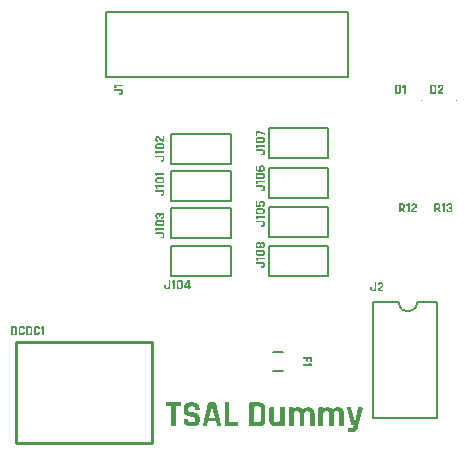
<source format=gto>
G04*
G04 #@! TF.GenerationSoftware,Altium Limited,Altium Designer,23.9.2 (47)*
G04*
G04 Layer_Color=65535*
%FSLAX44Y44*%
%MOMM*%
G71*
G04*
G04 #@! TF.SameCoordinates,A89998BD-DD6A-42FD-B223-A906B6295702*
G04*
G04*
G04 #@! TF.FilePolarity,Positive*
G04*
G01*
G75*
%ADD10C,0.1000*%
%ADD11C,0.2000*%
%ADD12C,0.2540*%
G36*
X286429Y31183D02*
X286874Y31146D01*
X287392Y31072D01*
X287985Y30887D01*
X288614Y30665D01*
X289170Y30331D01*
X289688Y29887D01*
X289725Y29813D01*
X289873Y29665D01*
X290058Y29331D01*
X290318Y28924D01*
X290540Y28405D01*
X290725Y27739D01*
X290873Y26998D01*
X290910Y26109D01*
Y15888D01*
Y15851D01*
Y15777D01*
X290836Y15592D01*
X290762Y15444D01*
X290651Y15370D01*
X290503Y15296D01*
X290281Y15259D01*
X287503D01*
X287281Y15333D01*
X287170Y15407D01*
X287059Y15518D01*
X286985Y15666D01*
X286948Y15888D01*
Y25924D01*
Y25961D01*
Y26072D01*
X286911Y26258D01*
Y26480D01*
X286763Y26924D01*
X286688Y27146D01*
X286540Y27332D01*
Y27369D01*
X286466Y27406D01*
X286355Y27480D01*
X286207Y27554D01*
X286022Y27628D01*
X285763Y27702D01*
X285466Y27776D01*
X284170D01*
X284022Y27739D01*
X283652Y27665D01*
X283281Y27480D01*
X282874Y27183D01*
X282689Y26998D01*
X282504Y26776D01*
X282356Y26480D01*
X282282Y26147D01*
X282208Y25776D01*
X282171Y25369D01*
Y15888D01*
Y15851D01*
Y15777D01*
X282096Y15592D01*
X282022Y15444D01*
X281874Y15370D01*
X281726Y15296D01*
X281504Y15259D01*
X278763D01*
X278541Y15333D01*
X278430Y15407D01*
X278319Y15518D01*
X278245Y15666D01*
X278208Y15888D01*
Y25924D01*
Y25961D01*
Y26072D01*
X278171Y26258D01*
Y26480D01*
X278023Y26924D01*
X277912Y27146D01*
X277764Y27332D01*
Y27369D01*
X277689Y27406D01*
X277578Y27480D01*
X277430Y27554D01*
X277245Y27628D01*
X276986Y27702D01*
X276689Y27776D01*
X275208D01*
X275060Y27739D01*
X274690Y27665D01*
X274319Y27480D01*
X273912Y27183D01*
X273727Y26998D01*
X273542Y26776D01*
X273394Y26517D01*
X273319Y26184D01*
X273246Y25813D01*
X273208Y25406D01*
Y15888D01*
Y15851D01*
Y15777D01*
X273134Y15592D01*
X273060Y15444D01*
X272949Y15370D01*
X272801Y15296D01*
X272579Y15259D01*
X269801D01*
X269579Y15333D01*
X269468Y15407D01*
X269357Y15518D01*
X269283Y15666D01*
X269246Y15888D01*
Y30553D01*
Y30591D01*
Y30665D01*
X269320Y30887D01*
X269394Y30998D01*
X269542Y31109D01*
X269690Y31183D01*
X269912Y31220D01*
X272690D01*
X272912Y31146D01*
X273023Y31072D01*
X273097Y30924D01*
X273171Y30776D01*
X273208Y30553D01*
Y29516D01*
X273357D01*
X273394Y29553D01*
X273431Y29665D01*
X273505Y29776D01*
X273653Y29961D01*
X273838Y30146D01*
X274060Y30368D01*
X274319Y30553D01*
X274616Y30739D01*
X274653Y30776D01*
X274764Y30813D01*
X274949Y30887D01*
X275208Y30998D01*
X275504Y31072D01*
X275875Y31146D01*
X276245Y31183D01*
X276689Y31220D01*
X277801D01*
X277986Y31183D01*
X278208Y31146D01*
X278467Y31109D01*
X279060Y30961D01*
X279689Y30739D01*
X280356Y30368D01*
X280652Y30146D01*
X280948Y29887D01*
X281245Y29591D01*
X281467Y29220D01*
Y29257D01*
X281504Y29294D01*
X281689Y29516D01*
X281948Y29850D01*
X282319Y30220D01*
X282837Y30591D01*
X283467Y30924D01*
X284244Y31146D01*
X284652Y31183D01*
X285133Y31220D01*
X286244D01*
X286429Y31183D01*
D02*
G37*
G36*
X261432D02*
X261876Y31146D01*
X262395Y31072D01*
X262987Y30887D01*
X263617Y30665D01*
X264172Y30331D01*
X264691Y29887D01*
X264728Y29813D01*
X264876Y29665D01*
X265061Y29331D01*
X265320Y28924D01*
X265543Y28405D01*
X265728Y27739D01*
X265876Y26998D01*
X265913Y26109D01*
Y15888D01*
Y15851D01*
Y15777D01*
X265839Y15592D01*
X265765Y15444D01*
X265654Y15370D01*
X265506Y15296D01*
X265283Y15259D01*
X262506D01*
X262284Y15333D01*
X262173Y15407D01*
X262061Y15518D01*
X261987Y15666D01*
X261950Y15888D01*
Y25924D01*
Y25961D01*
Y26072D01*
X261913Y26258D01*
Y26480D01*
X261765Y26924D01*
X261691Y27146D01*
X261543Y27332D01*
Y27369D01*
X261469Y27406D01*
X261358Y27480D01*
X261210Y27554D01*
X261024Y27628D01*
X260765Y27702D01*
X260469Y27776D01*
X259173D01*
X259025Y27739D01*
X258654Y27665D01*
X258284Y27480D01*
X257877Y27183D01*
X257691Y26998D01*
X257506Y26776D01*
X257358Y26480D01*
X257284Y26147D01*
X257210Y25776D01*
X257173Y25369D01*
Y15888D01*
Y15851D01*
Y15777D01*
X257099Y15592D01*
X257025Y15444D01*
X256877Y15370D01*
X256729Y15296D01*
X256506Y15259D01*
X253766D01*
X253544Y15333D01*
X253433Y15407D01*
X253322Y15518D01*
X253248Y15666D01*
X253211Y15888D01*
Y25924D01*
Y25961D01*
Y26072D01*
X253174Y26258D01*
Y26480D01*
X253025Y26924D01*
X252914Y27146D01*
X252766Y27332D01*
Y27369D01*
X252692Y27406D01*
X252581Y27480D01*
X252433Y27554D01*
X252248Y27628D01*
X251988Y27702D01*
X251692Y27776D01*
X250211D01*
X250063Y27739D01*
X249692Y27665D01*
X249322Y27480D01*
X248915Y27183D01*
X248729Y26998D01*
X248544Y26776D01*
X248396Y26517D01*
X248322Y26184D01*
X248248Y25813D01*
X248211Y25406D01*
Y15888D01*
Y15851D01*
Y15777D01*
X248137Y15592D01*
X248063Y15444D01*
X247952Y15370D01*
X247804Y15296D01*
X247581Y15259D01*
X244804D01*
X244582Y15333D01*
X244471Y15407D01*
X244360Y15518D01*
X244286Y15666D01*
X244249Y15888D01*
Y30553D01*
Y30591D01*
Y30665D01*
X244322Y30887D01*
X244397Y30998D01*
X244545Y31109D01*
X244693Y31183D01*
X244915Y31220D01*
X247693D01*
X247915Y31146D01*
X248026Y31072D01*
X248100Y30924D01*
X248174Y30776D01*
X248211Y30553D01*
Y29516D01*
X248359D01*
X248396Y29553D01*
X248433Y29665D01*
X248507Y29776D01*
X248655Y29961D01*
X248841Y30146D01*
X249063Y30368D01*
X249322Y30553D01*
X249618Y30739D01*
X249655Y30776D01*
X249766Y30813D01*
X249952Y30887D01*
X250211Y30998D01*
X250507Y31072D01*
X250877Y31146D01*
X251248Y31183D01*
X251692Y31220D01*
X252803D01*
X252988Y31183D01*
X253211Y31146D01*
X253470Y31109D01*
X254062Y30961D01*
X254692Y30739D01*
X255358Y30368D01*
X255655Y30146D01*
X255951Y29887D01*
X256247Y29591D01*
X256469Y29220D01*
Y29257D01*
X256506Y29294D01*
X256692Y29516D01*
X256951Y29850D01*
X257321Y30220D01*
X257840Y30591D01*
X258469Y30924D01*
X259247Y31146D01*
X259654Y31183D01*
X260136Y31220D01*
X261247D01*
X261432Y31183D01*
D02*
G37*
G36*
X163738Y35331D02*
X163960D01*
X164183Y35294D01*
X164738Y35220D01*
X165368Y35034D01*
X165997Y34812D01*
X166627Y34479D01*
X167182Y34035D01*
X167256Y33960D01*
X167405Y33775D01*
X167627Y33479D01*
X167886Y33072D01*
X168108Y32516D01*
X168330Y31887D01*
X168479Y31109D01*
X168553Y30257D01*
Y29665D01*
Y29628D01*
Y29553D01*
X168479Y29331D01*
X168405Y29220D01*
X168293Y29109D01*
X168145Y29035D01*
X167923Y28998D01*
X165145D01*
X164923Y29072D01*
X164812Y29146D01*
X164701Y29294D01*
X164627Y29442D01*
X164590Y29665D01*
Y29850D01*
Y29887D01*
Y30035D01*
X164553Y30257D01*
X164516Y30516D01*
X164405Y31072D01*
X164257Y31294D01*
X164109Y31479D01*
X164072Y31516D01*
X164035Y31553D01*
X163886Y31627D01*
X163738Y31702D01*
X163516Y31776D01*
X163220Y31850D01*
X162850Y31924D01*
X160961D01*
X160739Y31887D01*
X160479Y31850D01*
X159887Y31739D01*
X159628Y31590D01*
X159442Y31442D01*
Y31405D01*
X159368Y31331D01*
X159294Y31220D01*
X159220Y31035D01*
X159146Y30776D01*
X159072Y30442D01*
X159035Y30035D01*
X158998Y29553D01*
Y28961D01*
Y28887D01*
X159035Y28739D01*
X159146Y28480D01*
X159331Y28183D01*
X159442Y28035D01*
X159628Y27887D01*
X159813Y27739D01*
X160072Y27628D01*
X160368Y27517D01*
X160702Y27406D01*
X161109Y27332D01*
X161553Y27257D01*
X161664D01*
X161813Y27220D01*
X161998D01*
X162220Y27183D01*
X162516Y27146D01*
X163146Y27035D01*
X163886Y26924D01*
X164664Y26739D01*
X165479Y26517D01*
X166294Y26221D01*
X166331Y26184D01*
X166479Y26109D01*
X166664Y25998D01*
X166923Y25813D01*
X167219Y25591D01*
X167516Y25295D01*
X167812Y24924D01*
X168108Y24517D01*
X168145Y24480D01*
X168219Y24295D01*
X168330Y24036D01*
X168479Y23702D01*
X168627Y23258D01*
X168738Y22739D01*
X168812Y22110D01*
X168849Y21443D01*
Y20369D01*
Y20332D01*
Y20258D01*
Y20147D01*
X168812Y19962D01*
X168775Y19518D01*
X168664Y18999D01*
X168516Y18369D01*
X168256Y17740D01*
X167923Y17147D01*
X167479Y16592D01*
X167405Y16518D01*
X167219Y16370D01*
X166923Y16185D01*
X166479Y15925D01*
X165960Y15666D01*
X165294Y15481D01*
X164516Y15333D01*
X163664Y15259D01*
X159998D01*
X159813Y15296D01*
X159368Y15333D01*
X158813Y15444D01*
X158220Y15592D01*
X157591Y15814D01*
X156961Y16148D01*
X156406Y16592D01*
X156332Y16666D01*
X156184Y16851D01*
X155961Y17147D01*
X155739Y17555D01*
X155480Y18110D01*
X155258Y18740D01*
X155110Y19518D01*
X155035Y20369D01*
Y20999D01*
Y21036D01*
Y21110D01*
X155110Y21332D01*
X155184Y21443D01*
X155332Y21554D01*
X155480Y21628D01*
X155702Y21665D01*
X158480D01*
X158702Y21591D01*
X158813Y21517D01*
X158887Y21369D01*
X158961Y21221D01*
X158998Y20999D01*
Y20740D01*
Y20703D01*
Y20554D01*
X159035Y20332D01*
X159072Y20110D01*
X159220Y19555D01*
X159331Y19295D01*
X159480Y19110D01*
X159516D01*
X159591Y19036D01*
X159702Y18999D01*
X159887Y18925D01*
X160109Y18851D01*
X160405Y18777D01*
X160776Y18740D01*
X161220Y18703D01*
X162850D01*
X163072Y18740D01*
X163331Y18777D01*
X163886Y18888D01*
X164146Y18999D01*
X164368Y19147D01*
X164405Y19184D01*
X164442Y19258D01*
X164516Y19369D01*
X164627Y19555D01*
X164738Y19777D01*
X164812Y20110D01*
X164849Y20480D01*
X164886Y20925D01*
Y21295D01*
Y21332D01*
Y21443D01*
X164849Y21591D01*
X164812Y21814D01*
X164701Y22036D01*
X164590Y22258D01*
X164405Y22480D01*
X164146Y22665D01*
X164109Y22702D01*
X163997Y22739D01*
X163849Y22850D01*
X163627Y22925D01*
X163368Y23036D01*
X163072Y23147D01*
X162701Y23221D01*
X162294Y23258D01*
X162257D01*
X162109Y23295D01*
X161887D01*
X161590Y23332D01*
X161257Y23406D01*
X160850Y23480D01*
X160405Y23554D01*
X159924Y23628D01*
X159887D01*
X159702Y23665D01*
X159480Y23739D01*
X159146Y23813D01*
X158776Y23925D01*
X158406Y24036D01*
X157554Y24295D01*
X157517Y24332D01*
X157369Y24369D01*
X157183Y24517D01*
X156924Y24665D01*
X156628Y24887D01*
X156332Y25184D01*
X156035Y25554D01*
X155739Y25961D01*
X155702Y26035D01*
X155628Y26184D01*
X155517Y26480D01*
X155369Y26850D01*
X155221Y27294D01*
X155110Y27850D01*
X155035Y28442D01*
X154998Y29146D01*
Y30257D01*
Y30294D01*
Y30368D01*
Y30479D01*
X155035Y30665D01*
X155072Y31109D01*
X155184Y31664D01*
X155332Y32257D01*
X155591Y32887D01*
X155924Y33479D01*
X156369Y34035D01*
X156443Y34109D01*
X156628Y34257D01*
X156961Y34442D01*
X157369Y34701D01*
X157924Y34960D01*
X158591Y35145D01*
X159368Y35294D01*
X160220Y35368D01*
X163553D01*
X163738Y35331D01*
D02*
G37*
G36*
X306464Y31146D02*
X306575Y31035D01*
X306686Y30924D01*
X306723Y30739D01*
Y30516D01*
X302909Y15259D01*
Y15222D01*
X302872Y15148D01*
X302835Y15000D01*
X302761Y14851D01*
X302687Y14629D01*
X302613Y14370D01*
X302391Y13814D01*
X302094Y13148D01*
X301724Y12518D01*
X301280Y11889D01*
X300761Y11333D01*
X300687Y11259D01*
X300502Y11111D01*
X300169Y10926D01*
X299724Y10667D01*
X299169Y10407D01*
X298502Y10222D01*
X297724Y10074D01*
X296836Y10000D01*
X294725D01*
X294540Y10074D01*
X294391Y10148D01*
X294317Y10296D01*
X294243Y10444D01*
X294206Y10667D01*
Y12778D01*
Y12815D01*
Y12889D01*
X294280Y13111D01*
X294354Y13222D01*
X294466Y13333D01*
X294614Y13407D01*
X294836Y13444D01*
X295836D01*
X296169Y13481D01*
X296576Y13518D01*
X297021Y13592D01*
X297465Y13666D01*
X297836Y13814D01*
X298169Y14000D01*
X298206Y14037D01*
X298280Y14111D01*
X298428Y14259D01*
X298576Y14481D01*
X298724Y14740D01*
X298909Y15111D01*
X299095Y15555D01*
X299243Y16073D01*
X297502D01*
X297280Y16148D01*
X297132Y16222D01*
X297021Y16370D01*
X296873Y16518D01*
X296799Y16740D01*
X293132Y30553D01*
Y30591D01*
Y30665D01*
Y30887D01*
X293169Y30998D01*
X293243Y31109D01*
X293391Y31183D01*
X293614Y31220D01*
X296502D01*
X296724Y31146D01*
X296873Y31072D01*
X296984Y30924D01*
X297132Y30776D01*
X297206Y30553D01*
X299872Y18999D01*
X300021D01*
X302687Y30553D01*
Y30591D01*
X302724Y30665D01*
X302835Y30887D01*
X302909Y30998D01*
X303057Y31109D01*
X303242Y31183D01*
X303465Y31220D01*
X306205D01*
X306464Y31146D01*
D02*
G37*
G36*
X240434D02*
X240545Y31072D01*
X240656Y30924D01*
X240730Y30776D01*
X240767Y30553D01*
Y15888D01*
Y15851D01*
Y15777D01*
X240693Y15592D01*
X240619Y15444D01*
X240471Y15370D01*
X240323Y15296D01*
X240101Y15259D01*
X237360D01*
X237138Y15333D01*
X237027Y15407D01*
X236916Y15518D01*
X236842Y15666D01*
X236805Y15888D01*
Y16925D01*
X236694D01*
Y16888D01*
X236620Y16777D01*
X236546Y16629D01*
X236397Y16444D01*
X236212Y16259D01*
X235990Y16036D01*
X235731Y15851D01*
X235435Y15666D01*
X235397D01*
X235286Y15592D01*
X235101Y15555D01*
X234879Y15481D01*
X234620Y15407D01*
X234324Y15333D01*
X233990Y15296D01*
X233620Y15259D01*
X232361D01*
X232176Y15296D01*
X231768Y15333D01*
X231213Y15407D01*
X230620Y15592D01*
X230028Y15814D01*
X229435Y16111D01*
X228917Y16555D01*
X228880Y16629D01*
X228731Y16814D01*
X228546Y17110D01*
X228324Y17518D01*
X228065Y18073D01*
X227880Y18703D01*
X227732Y19481D01*
X227695Y20332D01*
Y30553D01*
Y30591D01*
Y30665D01*
X227769Y30887D01*
X227843Y30998D01*
X227991Y31109D01*
X228139Y31183D01*
X228361Y31220D01*
X231102D01*
X231324Y31146D01*
X231435Y31072D01*
X231546Y30924D01*
X231620Y30776D01*
X231657Y30553D01*
Y20517D01*
Y20480D01*
Y20369D01*
X231694Y20184D01*
Y19962D01*
X231842Y19518D01*
X231916Y19295D01*
X232064Y19110D01*
X232102D01*
X232139Y19036D01*
X232250Y18999D01*
X232398Y18925D01*
X232620Y18851D01*
X232842Y18777D01*
X233139Y18740D01*
X233472Y18703D01*
X234842D01*
X234990Y18740D01*
X235324Y18814D01*
X235731Y18999D01*
X236138Y19295D01*
X236323Y19481D01*
X236472Y19703D01*
X236620Y19962D01*
X236731Y20295D01*
X236768Y20666D01*
X236805Y21073D01*
Y30553D01*
Y30591D01*
Y30665D01*
X236879Y30887D01*
X236953Y30998D01*
X237101Y31109D01*
X237249Y31183D01*
X237471Y31220D01*
X240212D01*
X240434Y31146D01*
D02*
G37*
G36*
X219621Y35331D02*
X220066Y35294D01*
X220621Y35220D01*
X221214Y35034D01*
X221843Y34812D01*
X222473Y34479D01*
X223028Y34035D01*
X223102Y33960D01*
X223251Y33812D01*
X223473Y33479D01*
X223732Y33072D01*
X223954Y32553D01*
X224177Y31924D01*
X224325Y31146D01*
X224399Y30294D01*
Y20332D01*
Y20295D01*
Y20221D01*
Y20110D01*
X224362Y19925D01*
X224325Y19481D01*
X224214Y18962D01*
X224065Y18333D01*
X223806Y17703D01*
X223473Y17110D01*
X223028Y16555D01*
X222954Y16518D01*
X222769Y16370D01*
X222473Y16148D01*
X222029Y15925D01*
X221510Y15666D01*
X220844Y15481D01*
X220066Y15333D01*
X219214Y15259D01*
X211363D01*
X211141Y15333D01*
X211030Y15407D01*
X210919Y15518D01*
X210844Y15666D01*
X210807Y15888D01*
Y34738D01*
Y34775D01*
Y34849D01*
X210882Y35071D01*
X210956Y35183D01*
X211104Y35257D01*
X211252Y35331D01*
X211474Y35368D01*
X219436D01*
X219621Y35331D01*
D02*
G37*
G36*
X193513Y35294D02*
X193624Y35220D01*
X193735Y35108D01*
X193809Y34960D01*
X193846Y34738D01*
Y19073D01*
Y18999D01*
X193883Y18888D01*
X193994Y18777D01*
X194217Y18703D01*
X200957D01*
X201179Y18629D01*
X201290Y18555D01*
X201364Y18406D01*
X201438Y18258D01*
X201475Y18036D01*
Y15888D01*
Y15851D01*
Y15777D01*
X201401Y15592D01*
X201327Y15444D01*
X201216Y15370D01*
X201068Y15296D01*
X200846Y15259D01*
X190402D01*
X190180Y15333D01*
X190069Y15407D01*
X189958Y15518D01*
X189884Y15666D01*
X189847Y15888D01*
Y34738D01*
Y34775D01*
Y34849D01*
X189921Y35071D01*
X189995Y35183D01*
X190143Y35257D01*
X190291Y35331D01*
X190513Y35368D01*
X193291D01*
X193513Y35294D01*
D02*
G37*
G36*
X181440Y35331D02*
X181625Y35294D01*
X181773Y35220D01*
X181922Y35108D01*
X182070Y34960D01*
X182144Y34738D01*
X187069Y15888D01*
Y15851D01*
X187106Y15777D01*
Y15592D01*
X187069Y15444D01*
X186995Y15370D01*
X186884Y15296D01*
X186699Y15259D01*
X183514D01*
X183366Y15296D01*
X183218Y15370D01*
Y15407D01*
X183144Y15481D01*
X183107Y15666D01*
X183033Y15888D01*
X182181Y19332D01*
X176070D01*
X175182Y15888D01*
Y15814D01*
X175145Y15703D01*
X175070Y15518D01*
X174959Y15370D01*
X174922D01*
X174848Y15333D01*
X174737Y15296D01*
X174515Y15259D01*
X171441D01*
X171256Y15333D01*
X171182Y15407D01*
X171108Y15518D01*
Y15666D01*
X171145Y15888D01*
X176070Y34738D01*
Y34775D01*
X176107Y34849D01*
X176292Y35071D01*
X176404Y35183D01*
X176589Y35257D01*
X176774Y35331D01*
X177033Y35368D01*
X181329D01*
X181440Y35331D01*
D02*
G37*
G36*
X152814Y35294D02*
X152925Y35220D01*
X153036Y35108D01*
X153110Y34960D01*
X153147Y34738D01*
Y32590D01*
Y32553D01*
Y32479D01*
X153073Y32257D01*
X152999Y32146D01*
X152851Y32035D01*
X152702Y31961D01*
X152480Y31924D01*
X148851D01*
X148740Y31887D01*
X148629Y31776D01*
X148555Y31590D01*
Y15888D01*
Y15851D01*
Y15777D01*
X148481Y15592D01*
X148406Y15444D01*
X148258Y15370D01*
X148110Y15296D01*
X147888Y15259D01*
X145148D01*
X144925Y15333D01*
X144777Y15407D01*
X144666Y15518D01*
X144592Y15666D01*
X144555Y15888D01*
Y31590D01*
Y31627D01*
X144518Y31776D01*
X144407Y31887D01*
X144222Y31924D01*
X140519D01*
X140333Y31998D01*
X140185Y32072D01*
X140111Y32220D01*
X140037Y32368D01*
X140000Y32590D01*
Y34738D01*
Y34775D01*
Y34849D01*
X140074Y35071D01*
X140148Y35183D01*
X140259Y35257D01*
X140407Y35331D01*
X140630Y35368D01*
X152591D01*
X152814Y35294D01*
D02*
G37*
G36*
X380787Y203813D02*
X380956Y203799D01*
X381167Y203771D01*
X381407Y203701D01*
X381647Y203616D01*
X381872Y203489D01*
X382084Y203320D01*
X382112Y203292D01*
X382168Y203235D01*
X382239Y203108D01*
X382337Y202953D01*
X382436Y202756D01*
X382507Y202516D01*
X382563Y202220D01*
X382591Y201896D01*
Y201304D01*
Y201290D01*
Y201262D01*
Y201205D01*
X382577Y201149D01*
X382535Y200966D01*
X382478Y200768D01*
X382366Y200543D01*
X382281Y200444D01*
X382197Y200331D01*
X382084Y200233D01*
X381957Y200148D01*
X381816Y200078D01*
X381647Y200007D01*
X381661D01*
X381689Y199993D01*
X381731Y199979D01*
X381802Y199965D01*
X381943Y199880D01*
X382126Y199767D01*
X382211Y199697D01*
X382295Y199598D01*
X382366Y199500D01*
X382450Y199373D01*
X382507Y199232D01*
X382549Y199077D01*
X382577Y198908D01*
X382591Y198710D01*
Y198104D01*
Y198090D01*
Y198062D01*
Y198019D01*
X382577Y197949D01*
X382563Y197780D01*
X382535Y197582D01*
X382464Y197343D01*
X382380Y197103D01*
X382253Y196877D01*
X382084Y196666D01*
X382056Y196652D01*
X381985Y196596D01*
X381872Y196511D01*
X381717Y196426D01*
X381506Y196328D01*
X381252Y196257D01*
X380970Y196201D01*
X380632Y196173D01*
X379476D01*
X379405Y196187D01*
X379236Y196201D01*
X379025Y196229D01*
X378799Y196300D01*
X378559Y196384D01*
X378320Y196497D01*
X378108Y196666D01*
X378080Y196694D01*
X378024Y196765D01*
X377953Y196877D01*
X377855Y197033D01*
X377756Y197244D01*
X377686Y197484D01*
X377629Y197780D01*
X377601Y198104D01*
Y198428D01*
Y198442D01*
Y198470D01*
X377629Y198569D01*
X377657Y198612D01*
X377714Y198654D01*
X377770Y198682D01*
X377855Y198696D01*
X378898D01*
X378982Y198668D01*
X379025Y198626D01*
X379067Y198583D01*
X379095Y198513D01*
X379109Y198428D01*
Y198118D01*
Y198104D01*
Y198062D01*
X379123Y197991D01*
Y197907D01*
X379180Y197738D01*
X379208Y197653D01*
X379264Y197582D01*
X379278D01*
X379293Y197554D01*
X379335Y197540D01*
X379391Y197512D01*
X379462Y197484D01*
X379560Y197456D01*
X379673Y197441D01*
X379800Y197427D01*
X380448D01*
X380519Y197441D01*
X380604D01*
X380787Y197498D01*
X380871Y197526D01*
X380942Y197582D01*
X380956Y197596D01*
X380970Y197611D01*
X380998Y197653D01*
X381026Y197709D01*
X381055Y197794D01*
X381083Y197878D01*
X381111Y197991D01*
Y198118D01*
Y198710D01*
Y198724D01*
Y198766D01*
X381097Y198837D01*
Y198908D01*
X381041Y199091D01*
X380998Y199161D01*
X380942Y199232D01*
X380928Y199246D01*
X380914Y199260D01*
X380871Y199288D01*
X380815Y199316D01*
X380731Y199345D01*
X380632Y199373D01*
X380519Y199401D01*
X379730D01*
X379645Y199429D01*
X379603Y199457D01*
X379560Y199514D01*
X379532Y199570D01*
X379518Y199655D01*
Y200359D01*
Y200374D01*
Y200402D01*
X379546Y200501D01*
X379575Y200543D01*
X379631Y200585D01*
X379687Y200613D01*
X379772Y200627D01*
X380448D01*
X380519Y200641D01*
X380604D01*
X380787Y200698D01*
X380871Y200726D01*
X380942Y200782D01*
X380956Y200797D01*
X380970Y200811D01*
X380998Y200853D01*
X381026Y200909D01*
X381055Y200994D01*
X381083Y201078D01*
X381111Y201191D01*
Y201318D01*
Y201882D01*
Y201896D01*
Y201938D01*
X381097Y202009D01*
Y202079D01*
X381041Y202263D01*
X380998Y202333D01*
X380942Y202404D01*
X380928Y202418D01*
X380914Y202432D01*
X380871Y202460D01*
X380815Y202488D01*
X380731Y202516D01*
X380632Y202544D01*
X380519Y202573D01*
X379744D01*
X379673Y202559D01*
X379589D01*
X379419Y202502D01*
X379335Y202460D01*
X379264Y202404D01*
X379236Y202375D01*
X379222Y202333D01*
X379194Y202277D01*
X379166Y202206D01*
X379137Y202122D01*
X379123Y202009D01*
X379109Y201882D01*
Y201586D01*
Y201572D01*
Y201544D01*
X379081Y201459D01*
X379053Y201417D01*
X378997Y201374D01*
X378940Y201346D01*
X378856Y201332D01*
X377812D01*
X377728Y201360D01*
X377686Y201389D01*
X377643Y201445D01*
X377615Y201501D01*
X377601Y201586D01*
Y201896D01*
Y201910D01*
Y201938D01*
Y201981D01*
X377615Y202051D01*
X377629Y202220D01*
X377671Y202418D01*
X377728Y202657D01*
X377812Y202883D01*
X377939Y203123D01*
X378108Y203320D01*
X378137Y203348D01*
X378207Y203404D01*
X378320Y203475D01*
X378489Y203574D01*
X378686Y203672D01*
X378940Y203743D01*
X379236Y203799D01*
X379560Y203827D01*
X380716D01*
X380787Y203813D01*
D02*
G37*
G36*
X376248Y203799D02*
X376290Y203771D01*
X376332Y203729D01*
X376360Y203672D01*
X376375Y203588D01*
Y196412D01*
Y196384D01*
Y196342D01*
X376346Y196271D01*
X376318Y196215D01*
X376304D01*
X376276Y196201D01*
X376219Y196187D01*
X376135Y196173D01*
X375064D01*
X374993Y196201D01*
X374937Y196229D01*
X374908Y196271D01*
X374880Y196328D01*
X374866Y196412D01*
Y202220D01*
X373696Y201558D01*
X373682D01*
X373654Y201544D01*
X373569Y201530D01*
X373527Y201544D01*
X373485Y201572D01*
X373456Y201614D01*
X373442Y201699D01*
Y202671D01*
Y202686D01*
Y202700D01*
X373470Y202784D01*
X373527Y202897D01*
X373569Y202939D01*
X373626Y202981D01*
X374711Y203672D01*
X374725Y203686D01*
X374753Y203701D01*
X374810Y203729D01*
X374866Y203757D01*
X375021Y203799D01*
X375106Y203827D01*
X376163D01*
X376248Y203799D01*
D02*
G37*
G36*
X370665Y203813D02*
X370834Y203799D01*
X371046Y203771D01*
X371271Y203701D01*
X371511Y203616D01*
X371751Y203489D01*
X371962Y203320D01*
X371990Y203292D01*
X372047Y203221D01*
X372131Y203108D01*
X372230Y202953D01*
X372314Y202742D01*
X372399Y202502D01*
X372455Y202206D01*
X372484Y201882D01*
Y200952D01*
Y200938D01*
Y200895D01*
Y200825D01*
X372470Y200740D01*
X372455Y200627D01*
X372427Y200501D01*
X372357Y200219D01*
X372300Y200078D01*
X372230Y199923D01*
X372145Y199767D01*
X372033Y199626D01*
X371920Y199485D01*
X371779Y199359D01*
X371610Y199260D01*
X371426Y199161D01*
Y199105D01*
X372695Y196455D01*
Y196441D01*
X372709Y196412D01*
Y196370D01*
Y196314D01*
X372695Y196257D01*
X372667Y196215D01*
X372597Y196187D01*
X372498Y196173D01*
X371412D01*
X371300Y196187D01*
X371215Y196215D01*
X371201Y196229D01*
X371159Y196257D01*
X371116Y196314D01*
X371060Y196412D01*
X369876Y198992D01*
X369044D01*
X369002Y198978D01*
X368960Y198936D01*
X368931Y198865D01*
Y196412D01*
Y196398D01*
Y196370D01*
X368903Y196300D01*
X368875Y196243D01*
X368819Y196215D01*
X368762Y196187D01*
X368677Y196173D01*
X367620D01*
X367536Y196201D01*
X367493Y196229D01*
X367451Y196271D01*
X367423Y196328D01*
X367409Y196412D01*
Y203588D01*
Y203602D01*
Y203630D01*
X367437Y203715D01*
X367465Y203757D01*
X367522Y203785D01*
X367578Y203813D01*
X367663Y203827D01*
X370595D01*
X370665Y203813D01*
D02*
G37*
G36*
X350745D02*
X350914Y203799D01*
X351125Y203771D01*
X351365Y203701D01*
X351604Y203616D01*
X351830Y203489D01*
X352042Y203320D01*
X352070Y203292D01*
X352126Y203235D01*
X352197Y203108D01*
X352295Y202953D01*
X352394Y202756D01*
X352464Y202516D01*
X352521Y202220D01*
X352549Y201896D01*
Y201431D01*
Y201417D01*
Y201389D01*
Y201346D01*
X352535Y201276D01*
Y201191D01*
X352507Y201107D01*
X352464Y200895D01*
X352380Y200641D01*
X352253Y200388D01*
X352168Y200261D01*
X352084Y200120D01*
X351971Y200007D01*
X351844Y199880D01*
X349603Y197977D01*
X349575Y197949D01*
X349532Y197892D01*
X349476Y197808D01*
X349462Y197752D01*
X349448Y197695D01*
Y197498D01*
X352352D01*
X352436Y197470D01*
X352478Y197441D01*
X352507Y197385D01*
X352535Y197329D01*
X352549Y197244D01*
Y196412D01*
Y196398D01*
Y196370D01*
X352521Y196300D01*
X352493Y196243D01*
X352450Y196215D01*
X352394Y196187D01*
X352309Y196173D01*
X347967D01*
X347883Y196201D01*
X347841Y196229D01*
X347798Y196271D01*
X347770Y196328D01*
X347756Y196412D01*
Y197554D01*
Y197568D01*
Y197582D01*
X347770Y197667D01*
X347784Y197794D01*
X347826Y197949D01*
X347897Y198132D01*
X348010Y198330D01*
X348151Y198527D01*
X348348Y198710D01*
X350533Y200571D01*
X350561Y200585D01*
X350618Y200641D01*
X350702Y200740D01*
X350801Y200853D01*
X350900Y200994D01*
X350984Y201149D01*
X351041Y201332D01*
X351069Y201515D01*
Y201882D01*
Y201896D01*
Y201938D01*
X351055Y202009D01*
Y202079D01*
X350998Y202263D01*
X350956Y202333D01*
X350900Y202404D01*
X350886Y202418D01*
X350871Y202432D01*
X350829Y202460D01*
X350773Y202488D01*
X350688Y202516D01*
X350589Y202544D01*
X350477Y202573D01*
X349856D01*
X349786Y202559D01*
X349701D01*
X349532Y202502D01*
X349448Y202460D01*
X349377Y202404D01*
X349349Y202375D01*
X349335Y202333D01*
X349307Y202277D01*
X349278Y202206D01*
X349250Y202122D01*
X349236Y202009D01*
X349222Y201882D01*
Y201501D01*
Y201487D01*
Y201459D01*
X349194Y201374D01*
X349166Y201318D01*
X349123Y201276D01*
X349067Y201248D01*
X348982Y201234D01*
X347925D01*
X347841Y201262D01*
X347798Y201304D01*
X347756Y201346D01*
X347728Y201417D01*
X347714Y201501D01*
Y201896D01*
Y201910D01*
Y201938D01*
Y201981D01*
X347728Y202051D01*
X347742Y202220D01*
X347784Y202418D01*
X347841Y202657D01*
X347925Y202883D01*
X348052Y203123D01*
X348221Y203320D01*
X348249Y203348D01*
X348320Y203404D01*
X348433Y203475D01*
X348602Y203574D01*
X348799Y203672D01*
X349053Y203743D01*
X349349Y203799D01*
X349673Y203827D01*
X350674D01*
X350745Y203813D01*
D02*
G37*
G36*
X346290Y203799D02*
X346332Y203771D01*
X346375Y203729D01*
X346403Y203672D01*
X346417Y203588D01*
Y196412D01*
Y196384D01*
Y196342D01*
X346389Y196271D01*
X346360Y196215D01*
X346346D01*
X346318Y196201D01*
X346262Y196187D01*
X346177Y196173D01*
X345106D01*
X345035Y196201D01*
X344979Y196229D01*
X344951Y196271D01*
X344922Y196328D01*
X344908Y196412D01*
Y202220D01*
X343738Y201558D01*
X343724D01*
X343696Y201544D01*
X343611Y201530D01*
X343569Y201544D01*
X343527Y201572D01*
X343499Y201614D01*
X343485Y201699D01*
Y202671D01*
Y202686D01*
Y202700D01*
X343513Y202784D01*
X343569Y202897D01*
X343611Y202939D01*
X343668Y202981D01*
X344753Y203672D01*
X344767Y203686D01*
X344796Y203701D01*
X344852Y203729D01*
X344908Y203757D01*
X345063Y203799D01*
X345148Y203827D01*
X346205D01*
X346290Y203799D01*
D02*
G37*
G36*
X340708Y203813D02*
X340877Y203799D01*
X341088Y203771D01*
X341314Y203701D01*
X341553Y203616D01*
X341793Y203489D01*
X342004Y203320D01*
X342033Y203292D01*
X342089Y203221D01*
X342174Y203108D01*
X342272Y202953D01*
X342357Y202742D01*
X342441Y202502D01*
X342498Y202206D01*
X342526Y201882D01*
Y200952D01*
Y200938D01*
Y200895D01*
Y200825D01*
X342512Y200740D01*
X342498Y200627D01*
X342470Y200501D01*
X342399Y200219D01*
X342343Y200078D01*
X342272Y199923D01*
X342188Y199767D01*
X342075Y199626D01*
X341962Y199485D01*
X341821Y199359D01*
X341652Y199260D01*
X341469Y199161D01*
Y199105D01*
X342737Y196455D01*
Y196441D01*
X342752Y196412D01*
Y196370D01*
Y196314D01*
X342737Y196257D01*
X342709Y196215D01*
X342639Y196187D01*
X342540Y196173D01*
X341455D01*
X341342Y196187D01*
X341257Y196215D01*
X341243Y196229D01*
X341201Y196257D01*
X341159Y196314D01*
X341102Y196412D01*
X339918Y198992D01*
X339086D01*
X339044Y198978D01*
X339002Y198936D01*
X338974Y198865D01*
Y196412D01*
Y196398D01*
Y196370D01*
X338945Y196300D01*
X338917Y196243D01*
X338861Y196215D01*
X338804Y196187D01*
X338720Y196173D01*
X337663D01*
X337578Y196201D01*
X337536Y196229D01*
X337493Y196271D01*
X337465Y196328D01*
X337451Y196412D01*
Y203588D01*
Y203602D01*
Y203630D01*
X337479Y203715D01*
X337508Y203757D01*
X337564Y203785D01*
X337620Y203813D01*
X337705Y203827D01*
X340637D01*
X340708Y203813D01*
D02*
G37*
G36*
X318103Y137104D02*
X318145Y137075D01*
X318187Y137033D01*
X318215Y136977D01*
X318230Y136906D01*
Y131408D01*
Y131394D01*
Y131366D01*
Y131324D01*
X318215Y131253D01*
X318201Y131084D01*
X318159Y130887D01*
X318103Y130647D01*
X318004Y130407D01*
X317877Y130182D01*
X317708Y129971D01*
X317680Y129956D01*
X317609Y129900D01*
X317496Y129815D01*
X317341Y129731D01*
X317130Y129632D01*
X316890Y129562D01*
X316594Y129505D01*
X316270Y129477D01*
X314987D01*
X314917Y129491D01*
X314748Y129505D01*
X314536Y129534D01*
X314296Y129604D01*
X314057Y129689D01*
X313831Y129801D01*
X313620Y129971D01*
X313592Y129999D01*
X313535Y130069D01*
X313465Y130182D01*
X313366Y130337D01*
X313267Y130548D01*
X313197Y130788D01*
X313141Y131084D01*
X313112Y131408D01*
Y132536D01*
Y132550D01*
Y132578D01*
X313141Y132663D01*
X313169Y132705D01*
X313211Y132748D01*
X313267Y132776D01*
X313352Y132790D01*
X314409D01*
X314494Y132762D01*
X314536Y132733D01*
X314578Y132677D01*
X314607Y132621D01*
X314621Y132536D01*
Y131479D01*
Y131465D01*
Y131423D01*
X314635Y131352D01*
Y131267D01*
X314691Y131098D01*
X314719Y131014D01*
X314776Y130943D01*
X314790D01*
X314804Y130915D01*
X314846Y130901D01*
X314903Y130873D01*
X314987Y130844D01*
X315072Y130816D01*
X315184Y130802D01*
X315311Y130788D01*
X316073D01*
X316143Y130802D01*
X316228D01*
X316397Y130859D01*
X316481Y130887D01*
X316552Y130943D01*
X316566Y130957D01*
X316580Y130971D01*
X316608Y131014D01*
X316637Y131070D01*
X316665Y131140D01*
X316679Y131239D01*
X316707Y131352D01*
Y131479D01*
Y136892D01*
Y136906D01*
Y136934D01*
X316735Y137019D01*
X316777Y137061D01*
X316820Y137090D01*
X316890Y137118D01*
X316975Y137132D01*
X318018D01*
X318103Y137104D01*
D02*
G37*
G36*
X322487Y137118D02*
X322656Y137104D01*
X322867Y137075D01*
X323107Y137005D01*
X323347Y136920D01*
X323572Y136793D01*
X323784Y136624D01*
X323812Y136596D01*
X323868Y136540D01*
X323939Y136413D01*
X324038Y136258D01*
X324136Y136060D01*
X324207Y135821D01*
X324263Y135525D01*
X324291Y135201D01*
Y134735D01*
Y134721D01*
Y134693D01*
Y134651D01*
X324277Y134580D01*
Y134496D01*
X324249Y134411D01*
X324207Y134200D01*
X324122Y133946D01*
X323995Y133692D01*
X323911Y133565D01*
X323826Y133424D01*
X323713Y133312D01*
X323586Y133185D01*
X321345Y131281D01*
X321317Y131253D01*
X321274Y131197D01*
X321218Y131112D01*
X321204Y131056D01*
X321190Y131000D01*
Y130802D01*
X324094D01*
X324178Y130774D01*
X324221Y130746D01*
X324249Y130689D01*
X324277Y130633D01*
X324291Y130548D01*
Y129717D01*
Y129703D01*
Y129674D01*
X324263Y129604D01*
X324235Y129548D01*
X324193Y129519D01*
X324136Y129491D01*
X324052Y129477D01*
X319710D01*
X319625Y129505D01*
X319583Y129534D01*
X319541Y129576D01*
X319512Y129632D01*
X319498Y129717D01*
Y130859D01*
Y130873D01*
Y130887D01*
X319512Y130971D01*
X319526Y131098D01*
X319569Y131253D01*
X319639Y131437D01*
X319752Y131634D01*
X319893Y131831D01*
X320090Y132015D01*
X322275Y133875D01*
X322304Y133889D01*
X322360Y133946D01*
X322444Y134045D01*
X322543Y134157D01*
X322642Y134298D01*
X322726Y134453D01*
X322783Y134637D01*
X322811Y134820D01*
Y135186D01*
Y135201D01*
Y135243D01*
X322797Y135313D01*
Y135384D01*
X322741Y135567D01*
X322698Y135638D01*
X322642Y135708D01*
X322628Y135722D01*
X322614Y135736D01*
X322571Y135764D01*
X322515Y135793D01*
X322430Y135821D01*
X322332Y135849D01*
X322219Y135877D01*
X321599D01*
X321528Y135863D01*
X321444D01*
X321274Y135807D01*
X321190Y135764D01*
X321119Y135708D01*
X321091Y135680D01*
X321077Y135638D01*
X321049Y135581D01*
X321021Y135511D01*
X320993Y135426D01*
X320978Y135313D01*
X320964Y135186D01*
Y134806D01*
Y134792D01*
Y134763D01*
X320936Y134679D01*
X320908Y134622D01*
X320866Y134580D01*
X320809Y134552D01*
X320725Y134538D01*
X319667D01*
X319583Y134566D01*
X319541Y134608D01*
X319498Y134651D01*
X319470Y134721D01*
X319456Y134806D01*
Y135201D01*
Y135215D01*
Y135243D01*
Y135285D01*
X319470Y135356D01*
X319484Y135525D01*
X319526Y135722D01*
X319583Y135962D01*
X319667Y136187D01*
X319794Y136427D01*
X319963Y136624D01*
X319992Y136652D01*
X320062Y136709D01*
X320175Y136779D01*
X320344Y136878D01*
X320541Y136977D01*
X320795Y137047D01*
X321091Y137104D01*
X321415Y137132D01*
X322416D01*
X322487Y137118D01*
D02*
G37*
G36*
X373273Y304250D02*
X373442Y304236D01*
X373653Y304207D01*
X373893Y304137D01*
X374133Y304052D01*
X374358Y303925D01*
X374570Y303756D01*
X374598Y303728D01*
X374654Y303672D01*
X374725Y303545D01*
X374823Y303390D01*
X374922Y303192D01*
X374992Y302953D01*
X375049Y302657D01*
X375077Y302332D01*
Y301867D01*
Y301853D01*
Y301825D01*
Y301783D01*
X375063Y301712D01*
Y301628D01*
X375035Y301543D01*
X374992Y301332D01*
X374908Y301078D01*
X374781Y300824D01*
X374697Y300697D01*
X374612Y300556D01*
X374499Y300443D01*
X374372Y300317D01*
X372131Y298414D01*
X372103Y298385D01*
X372060Y298329D01*
X372004Y298244D01*
X371990Y298188D01*
X371976Y298132D01*
Y297934D01*
X374880D01*
X374964Y297906D01*
X375007Y297878D01*
X375035Y297821D01*
X375063Y297765D01*
X375077Y297680D01*
Y296849D01*
Y296835D01*
Y296806D01*
X375049Y296736D01*
X375021Y296680D01*
X374978Y296651D01*
X374922Y296623D01*
X374837Y296609D01*
X370496D01*
X370411Y296637D01*
X370369Y296665D01*
X370326Y296708D01*
X370298Y296764D01*
X370284Y296849D01*
Y297991D01*
Y298005D01*
Y298019D01*
X370298Y298103D01*
X370312Y298230D01*
X370355Y298385D01*
X370425Y298569D01*
X370538Y298766D01*
X370679Y298963D01*
X370876Y299146D01*
X373061Y301007D01*
X373089Y301021D01*
X373146Y301078D01*
X373230Y301176D01*
X373329Y301289D01*
X373428Y301430D01*
X373512Y301585D01*
X373569Y301769D01*
X373597Y301952D01*
Y302318D01*
Y302332D01*
Y302375D01*
X373583Y302445D01*
Y302516D01*
X373526Y302699D01*
X373484Y302770D01*
X373428Y302840D01*
X373414Y302854D01*
X373400Y302868D01*
X373357Y302896D01*
X373301Y302924D01*
X373216Y302953D01*
X373118Y302981D01*
X373005Y303009D01*
X372385D01*
X372314Y302995D01*
X372229D01*
X372060Y302939D01*
X371976Y302896D01*
X371905Y302840D01*
X371877Y302812D01*
X371863Y302770D01*
X371835Y302713D01*
X371807Y302643D01*
X371778Y302558D01*
X371764Y302445D01*
X371750Y302318D01*
Y301938D01*
Y301924D01*
Y301896D01*
X371722Y301811D01*
X371694Y301754D01*
X371651Y301712D01*
X371595Y301684D01*
X371511Y301670D01*
X370453D01*
X370369Y301698D01*
X370326Y301740D01*
X370284Y301783D01*
X370256Y301853D01*
X370242Y301938D01*
Y302332D01*
Y302347D01*
Y302375D01*
Y302417D01*
X370256Y302488D01*
X370270Y302657D01*
X370312Y302854D01*
X370369Y303094D01*
X370453Y303319D01*
X370580Y303559D01*
X370749Y303756D01*
X370778Y303785D01*
X370848Y303841D01*
X370961Y303911D01*
X371130Y304010D01*
X371327Y304109D01*
X371581Y304179D01*
X371877Y304236D01*
X372201Y304264D01*
X373202D01*
X373273Y304250D01*
D02*
G37*
G36*
X367253D02*
X367422Y304236D01*
X367634Y304207D01*
X367859Y304137D01*
X368099Y304052D01*
X368339Y303925D01*
X368550Y303756D01*
X368578Y303728D01*
X368635Y303672D01*
X368719Y303545D01*
X368818Y303390D01*
X368903Y303192D01*
X368987Y302953D01*
X369044Y302657D01*
X369072Y302332D01*
Y298540D01*
Y298526D01*
Y298498D01*
Y298456D01*
X369058Y298385D01*
X369044Y298216D01*
X369001Y298019D01*
X368945Y297779D01*
X368846Y297540D01*
X368719Y297314D01*
X368550Y297103D01*
X368522Y297088D01*
X368451Y297032D01*
X368339Y296947D01*
X368170Y296863D01*
X367972Y296764D01*
X367719Y296694D01*
X367422Y296637D01*
X367098Y296609D01*
X364110D01*
X364025Y296637D01*
X363983Y296665D01*
X363941Y296708D01*
X363912Y296764D01*
X363898Y296849D01*
Y304024D01*
Y304038D01*
Y304066D01*
X363926Y304151D01*
X363955Y304193D01*
X364011Y304221D01*
X364067Y304250D01*
X364152Y304264D01*
X367183D01*
X367253Y304250D01*
D02*
G37*
G36*
X342991Y304236D02*
X343033Y304207D01*
X343075Y304165D01*
X343103Y304109D01*
X343117Y304024D01*
Y296849D01*
Y296821D01*
Y296778D01*
X343089Y296708D01*
X343061Y296651D01*
X343047D01*
X343019Y296637D01*
X342962Y296623D01*
X342878Y296609D01*
X341806D01*
X341736Y296637D01*
X341679Y296665D01*
X341651Y296708D01*
X341623Y296764D01*
X341609Y296849D01*
Y302657D01*
X340439Y301994D01*
X340425D01*
X340397Y301980D01*
X340312Y301966D01*
X340270Y301980D01*
X340228Y302008D01*
X340199Y302050D01*
X340185Y302135D01*
Y303108D01*
Y303122D01*
Y303136D01*
X340213Y303221D01*
X340270Y303333D01*
X340312Y303376D01*
X340368Y303418D01*
X341454Y304109D01*
X341468Y304123D01*
X341496Y304137D01*
X341553Y304165D01*
X341609Y304193D01*
X341764Y304236D01*
X341849Y304264D01*
X342906D01*
X342991Y304236D01*
D02*
G37*
G36*
X337436Y304250D02*
X337606Y304236D01*
X337817Y304207D01*
X338042Y304137D01*
X338282Y304052D01*
X338522Y303925D01*
X338733Y303756D01*
X338761Y303728D01*
X338818Y303672D01*
X338902Y303545D01*
X339001Y303390D01*
X339086Y303192D01*
X339170Y302953D01*
X339227Y302657D01*
X339255Y302332D01*
Y298540D01*
Y298526D01*
Y298498D01*
Y298456D01*
X339241Y298385D01*
X339227Y298216D01*
X339184Y298019D01*
X339128Y297779D01*
X339029Y297540D01*
X338902Y297314D01*
X338733Y297103D01*
X338705Y297088D01*
X338635Y297032D01*
X338522Y296947D01*
X338353Y296863D01*
X338155Y296764D01*
X337901Y296694D01*
X337606Y296637D01*
X337281Y296609D01*
X334293D01*
X334208Y296637D01*
X334166Y296665D01*
X334123Y296708D01*
X334095Y296764D01*
X334081Y296849D01*
Y304024D01*
Y304038D01*
Y304066D01*
X334109Y304151D01*
X334138Y304193D01*
X334194Y304221D01*
X334250Y304250D01*
X334335Y304264D01*
X337366D01*
X337436Y304250D01*
D02*
G37*
G36*
X222136Y171003D02*
X222291Y170989D01*
X222502Y170960D01*
X222714Y170890D01*
X222953Y170805D01*
X223165Y170679D01*
X223362Y170509D01*
X223376Y170481D01*
X223433Y170411D01*
X223503Y170298D01*
X223588Y170143D01*
X223686Y169931D01*
X223757Y169692D01*
X223813Y169396D01*
X223827Y169071D01*
Y167718D01*
X223813Y167648D01*
Y167563D01*
X223799Y167479D01*
X223771Y167267D01*
X223715Y167027D01*
X223630Y166774D01*
X223517Y166548D01*
X223362Y166337D01*
X223334Y166308D01*
X223277Y166252D01*
X223165Y166182D01*
X223010Y166083D01*
X222826Y165984D01*
X222587Y165914D01*
X222305Y165857D01*
X221981Y165829D01*
X221431D01*
X221417D01*
X221388D01*
X221332D01*
X221248Y165843D01*
X221163Y165857D01*
X221064Y165871D01*
X220839Y165928D01*
X220599Y166026D01*
X220359Y166168D01*
X220247Y166252D01*
X220148Y166365D01*
X220049Y166478D01*
X219979Y166619D01*
Y166604D01*
X219965Y166590D01*
X219908Y166492D01*
X219810Y166365D01*
X219669Y166224D01*
X219584Y166153D01*
X219485Y166083D01*
X219359Y166012D01*
X219232Y165956D01*
X219077Y165900D01*
X218908Y165857D01*
X218724Y165843D01*
X218527Y165829D01*
X218019D01*
X218005D01*
X217977D01*
X217935D01*
X217864Y165843D01*
X217709Y165857D01*
X217498Y165900D01*
X217272Y165956D01*
X217047Y166041D01*
X216835Y166168D01*
X216638Y166337D01*
X216624Y166365D01*
X216567Y166435D01*
X216497Y166548D01*
X216398Y166717D01*
X216314Y166915D01*
X216243Y167168D01*
X216187Y167464D01*
X216173Y167803D01*
Y169226D01*
X216201Y169396D01*
X216229Y169607D01*
X216285Y169833D01*
X216370Y170072D01*
X216483Y170298D01*
X216638Y170509D01*
X216666Y170537D01*
X216722Y170594D01*
X216835Y170664D01*
X216990Y170763D01*
X217174Y170862D01*
X217413Y170932D01*
X217695Y170989D01*
X218019Y171017D01*
X218527D01*
X218555D01*
X218626D01*
X218724Y171003D01*
X218851Y170989D01*
X219006Y170960D01*
X219175Y170932D01*
X219330Y170876D01*
X219485Y170805D01*
X219499Y170791D01*
X219542Y170763D01*
X219612Y170721D01*
X219697Y170650D01*
X219781Y170580D01*
X219866Y170481D01*
X219922Y170368D01*
X219979Y170242D01*
Y170256D01*
X219993Y170270D01*
X220049Y170368D01*
X220134Y170481D01*
X220275Y170636D01*
X220359Y170707D01*
X220472Y170777D01*
X220585Y170834D01*
X220726Y170890D01*
X220867Y170946D01*
X221036Y170989D01*
X221219Y171003D01*
X221431Y171017D01*
X221981D01*
X221995D01*
X222023D01*
X222065D01*
X222136Y171003D01*
D02*
G37*
G36*
X222051Y164532D02*
X222220Y164518D01*
X222418Y164490D01*
X222657Y164419D01*
X222897Y164335D01*
X223123Y164208D01*
X223334Y164039D01*
X223348Y164011D01*
X223404Y163940D01*
X223489Y163827D01*
X223574Y163672D01*
X223672Y163461D01*
X223743Y163221D01*
X223799Y162925D01*
X223827Y162601D01*
Y161318D01*
X223813Y161248D01*
Y161163D01*
X223799Y161078D01*
X223771Y160867D01*
X223700Y160627D01*
X223616Y160388D01*
X223503Y160148D01*
X223334Y159937D01*
X223306Y159908D01*
X223235Y159852D01*
X223123Y159782D01*
X222967Y159683D01*
X222756Y159584D01*
X222516Y159514D01*
X222220Y159457D01*
X221896Y159429D01*
X218104D01*
X218090D01*
X218062D01*
X218019D01*
X217949Y159443D01*
X217780Y159457D01*
X217582Y159500D01*
X217343Y159556D01*
X217117Y159641D01*
X216877Y159767D01*
X216680Y159937D01*
X216652Y159965D01*
X216596Y160035D01*
X216525Y160148D01*
X216426Y160317D01*
X216328Y160529D01*
X216257Y160782D01*
X216201Y161064D01*
X216173Y161403D01*
Y162686D01*
X216187Y162756D01*
X216201Y162925D01*
X216229Y163137D01*
X216299Y163362D01*
X216384Y163602D01*
X216511Y163827D01*
X216680Y164039D01*
X216708Y164067D01*
X216765Y164123D01*
X216892Y164194D01*
X217047Y164293D01*
X217244Y164391D01*
X217484Y164462D01*
X217780Y164518D01*
X218104Y164546D01*
X221896D01*
X221910D01*
X221938D01*
X221981D01*
X222051Y164532D01*
D02*
G37*
G36*
X223729Y157991D02*
X223785Y157963D01*
Y157949D01*
X223799Y157921D01*
X223813Y157864D01*
X223827Y157780D01*
Y156708D01*
X223799Y156638D01*
X223771Y156581D01*
X223729Y156553D01*
X223672Y156525D01*
X223588Y156511D01*
X217780D01*
X218442Y155341D01*
Y155327D01*
X218456Y155299D01*
X218470Y155214D01*
X218456Y155172D01*
X218428Y155129D01*
X218386Y155101D01*
X218301Y155087D01*
X217329D01*
X217314D01*
X217300D01*
X217216Y155115D01*
X217103Y155172D01*
X217061Y155214D01*
X217019Y155271D01*
X216328Y156356D01*
X216314Y156370D01*
X216299Y156398D01*
X216271Y156455D01*
X216243Y156511D01*
X216201Y156666D01*
X216173Y156751D01*
Y157808D01*
X216201Y157893D01*
X216229Y157935D01*
X216271Y157977D01*
X216328Y158005D01*
X216412Y158019D01*
X223588D01*
X223616D01*
X223658D01*
X223729Y157991D01*
D02*
G37*
G36*
X222051Y154086D02*
X222220Y154072D01*
X222418Y154030D01*
X222657Y153974D01*
X222897Y153875D01*
X223123Y153748D01*
X223334Y153579D01*
X223348Y153551D01*
X223404Y153480D01*
X223489Y153367D01*
X223574Y153212D01*
X223672Y153001D01*
X223743Y152761D01*
X223799Y152465D01*
X223827Y152141D01*
Y150858D01*
X223813Y150788D01*
X223799Y150618D01*
X223771Y150407D01*
X223700Y150167D01*
X223616Y149928D01*
X223503Y149702D01*
X223334Y149491D01*
X223306Y149462D01*
X223235Y149406D01*
X223123Y149336D01*
X222967Y149237D01*
X222756Y149138D01*
X222516Y149068D01*
X222220Y149011D01*
X221896Y148983D01*
X220768D01*
X220754D01*
X220726D01*
X220641Y149011D01*
X220599Y149040D01*
X220557Y149082D01*
X220529Y149138D01*
X220515Y149223D01*
Y150280D01*
X220543Y150365D01*
X220571Y150407D01*
X220627Y150449D01*
X220684Y150478D01*
X220768Y150492D01*
X221826D01*
X221840D01*
X221882D01*
X221952Y150506D01*
X222037D01*
X222206Y150562D01*
X222291Y150590D01*
X222361Y150647D01*
Y150661D01*
X222389Y150675D01*
X222404Y150717D01*
X222432Y150773D01*
X222460Y150858D01*
X222488Y150943D01*
X222502Y151055D01*
X222516Y151182D01*
Y151944D01*
X222502Y152014D01*
Y152099D01*
X222446Y152268D01*
X222418Y152352D01*
X222361Y152423D01*
X222347Y152437D01*
X222333Y152451D01*
X222291Y152479D01*
X222234Y152507D01*
X222164Y152536D01*
X222065Y152550D01*
X221952Y152578D01*
X221826D01*
X216412D01*
X216398D01*
X216370D01*
X216285Y152606D01*
X216243Y152648D01*
X216215Y152691D01*
X216187Y152761D01*
X216173Y152846D01*
Y153889D01*
X216201Y153974D01*
X216229Y154016D01*
X216271Y154058D01*
X216328Y154086D01*
X216398Y154100D01*
X221896D01*
X221910D01*
X221938D01*
X221981D01*
X222051Y154086D01*
D02*
G37*
G36*
X217512Y265545D02*
X217582D01*
X217681Y265516D01*
X217794Y265488D01*
X217921Y265446D01*
X218062Y265389D01*
X223602Y263078D01*
X223616D01*
X223630Y263064D01*
X223672Y263035D01*
X223715Y262993D01*
X223757Y262937D01*
X223785Y262866D01*
X223813Y262782D01*
X223827Y262669D01*
Y261541D01*
X223813Y261499D01*
X223799Y261442D01*
X223771Y261400D01*
X223757D01*
X223715Y261386D01*
X223658Y261400D01*
X223588Y261428D01*
X217554Y263937D01*
Y261090D01*
X217526Y261019D01*
X217498Y260963D01*
X217441Y260935D01*
X217385Y260907D01*
X217300Y260893D01*
X216412D01*
X216398D01*
X216370D01*
X216285Y260921D01*
X216243Y260949D01*
X216215Y260991D01*
X216187Y261048D01*
X216173Y261132D01*
Y265347D01*
X216201Y265432D01*
X216229Y265474D01*
X216271Y265516D01*
X216328Y265545D01*
X216412Y265559D01*
X217413D01*
X217427D01*
X217456D01*
X217512Y265545D01*
D02*
G37*
G36*
X222051Y259990D02*
X222220Y259976D01*
X222418Y259948D01*
X222657Y259878D01*
X222897Y259793D01*
X223123Y259666D01*
X223334Y259497D01*
X223348Y259469D01*
X223404Y259398D01*
X223489Y259286D01*
X223574Y259130D01*
X223672Y258919D01*
X223743Y258679D01*
X223799Y258383D01*
X223827Y258059D01*
Y256776D01*
X223813Y256706D01*
Y256621D01*
X223799Y256537D01*
X223771Y256325D01*
X223700Y256085D01*
X223616Y255846D01*
X223503Y255606D01*
X223334Y255395D01*
X223306Y255366D01*
X223235Y255310D01*
X223123Y255240D01*
X222967Y255141D01*
X222756Y255042D01*
X222516Y254972D01*
X222220Y254915D01*
X221896Y254887D01*
X218104D01*
X218090D01*
X218062D01*
X218019D01*
X217949Y254901D01*
X217780Y254915D01*
X217582Y254958D01*
X217343Y255014D01*
X217117Y255099D01*
X216877Y255226D01*
X216680Y255395D01*
X216652Y255423D01*
X216596Y255493D01*
X216525Y255606D01*
X216426Y255775D01*
X216328Y255987D01*
X216257Y256241D01*
X216201Y256523D01*
X216173Y256861D01*
Y258144D01*
X216187Y258214D01*
X216201Y258383D01*
X216229Y258595D01*
X216299Y258820D01*
X216384Y259060D01*
X216511Y259286D01*
X216680Y259497D01*
X216708Y259525D01*
X216765Y259582D01*
X216892Y259652D01*
X217047Y259751D01*
X217244Y259849D01*
X217484Y259920D01*
X217780Y259976D01*
X218104Y260004D01*
X221896D01*
X221910D01*
X221938D01*
X221981D01*
X222051Y259990D01*
D02*
G37*
G36*
X223729Y253449D02*
X223785Y253421D01*
Y253407D01*
X223799Y253379D01*
X223813Y253323D01*
X223827Y253238D01*
Y252167D01*
X223799Y252096D01*
X223771Y252040D01*
X223729Y252011D01*
X223672Y251983D01*
X223588Y251969D01*
X217780D01*
X218442Y250799D01*
Y250785D01*
X218456Y250757D01*
X218470Y250672D01*
X218456Y250630D01*
X218428Y250588D01*
X218386Y250559D01*
X218301Y250545D01*
X217329D01*
X217314D01*
X217300D01*
X217216Y250574D01*
X217103Y250630D01*
X217061Y250672D01*
X217019Y250729D01*
X216328Y251814D01*
X216314Y251828D01*
X216299Y251856D01*
X216271Y251913D01*
X216243Y251969D01*
X216201Y252124D01*
X216173Y252209D01*
Y253266D01*
X216201Y253351D01*
X216229Y253393D01*
X216271Y253435D01*
X216328Y253463D01*
X216412Y253477D01*
X223588D01*
X223616D01*
X223658D01*
X223729Y253449D01*
D02*
G37*
G36*
X222051Y249545D02*
X222220Y249530D01*
X222418Y249488D01*
X222657Y249432D01*
X222897Y249333D01*
X223123Y249206D01*
X223334Y249037D01*
X223348Y249009D01*
X223404Y248938D01*
X223489Y248825D01*
X223574Y248670D01*
X223672Y248459D01*
X223743Y248219D01*
X223799Y247923D01*
X223827Y247599D01*
Y246316D01*
X223813Y246246D01*
X223799Y246077D01*
X223771Y245865D01*
X223700Y245625D01*
X223616Y245386D01*
X223503Y245160D01*
X223334Y244949D01*
X223306Y244921D01*
X223235Y244864D01*
X223123Y244794D01*
X222967Y244695D01*
X222756Y244596D01*
X222516Y244526D01*
X222220Y244470D01*
X221896Y244441D01*
X220768D01*
X220754D01*
X220726D01*
X220641Y244470D01*
X220599Y244498D01*
X220557Y244540D01*
X220529Y244596D01*
X220515Y244681D01*
Y245738D01*
X220543Y245823D01*
X220571Y245865D01*
X220627Y245907D01*
X220684Y245936D01*
X220768Y245950D01*
X221826D01*
X221840D01*
X221882D01*
X221952Y245964D01*
X222037D01*
X222206Y246020D01*
X222291Y246048D01*
X222361Y246105D01*
Y246119D01*
X222389Y246133D01*
X222404Y246175D01*
X222432Y246232D01*
X222460Y246316D01*
X222488Y246401D01*
X222502Y246514D01*
X222516Y246640D01*
Y247402D01*
X222502Y247472D01*
Y247557D01*
X222446Y247726D01*
X222418Y247810D01*
X222361Y247881D01*
X222347Y247895D01*
X222333Y247909D01*
X222291Y247937D01*
X222234Y247966D01*
X222164Y247994D01*
X222065Y248008D01*
X221952Y248036D01*
X221826D01*
X216412D01*
X216398D01*
X216370D01*
X216285Y248064D01*
X216243Y248107D01*
X216215Y248149D01*
X216187Y248219D01*
X216173Y248304D01*
Y249347D01*
X216201Y249432D01*
X216229Y249474D01*
X216271Y249516D01*
X216328Y249545D01*
X216398Y249559D01*
X221896D01*
X221910D01*
X221938D01*
X221981D01*
X222051Y249545D01*
D02*
G37*
G36*
Y235960D02*
X222220Y235946D01*
X222418Y235904D01*
X222657Y235848D01*
X222897Y235749D01*
X223123Y235622D01*
X223334Y235453D01*
X223348Y235425D01*
X223404Y235354D01*
X223489Y235242D01*
X223574Y235086D01*
X223672Y234875D01*
X223743Y234621D01*
X223799Y234339D01*
X223827Y234001D01*
Y232746D01*
X223813Y232676D01*
Y232591D01*
X223799Y232507D01*
X223771Y232295D01*
X223700Y232056D01*
X223616Y231816D01*
X223503Y231576D01*
X223334Y231365D01*
X223306Y231337D01*
X223235Y231280D01*
X223123Y231210D01*
X222967Y231111D01*
X222756Y231012D01*
X222516Y230942D01*
X222220Y230886D01*
X221896Y230857D01*
X218104D01*
X218090D01*
X218062D01*
X218019D01*
X217949Y230871D01*
X217780Y230886D01*
X217582Y230928D01*
X217343Y230984D01*
X217117Y231069D01*
X216877Y231196D01*
X216680Y231365D01*
X216652Y231393D01*
X216596Y231464D01*
X216525Y231576D01*
X216426Y231745D01*
X216328Y231957D01*
X216257Y232211D01*
X216201Y232493D01*
X216173Y232831D01*
Y235312D01*
X216201Y235397D01*
X216229Y235439D01*
X216271Y235467D01*
X216328Y235495D01*
X216412Y235509D01*
X217244D01*
X217258D01*
X217286D01*
X217357Y235481D01*
X217413Y235453D01*
X217441Y235411D01*
X217470Y235354D01*
X217484Y235270D01*
Y233014D01*
X217498Y232944D01*
Y232873D01*
X217554Y232690D01*
X217582Y232605D01*
X217639Y232535D01*
X217667Y232507D01*
X217709Y232493D01*
X217766Y232464D01*
X217836Y232436D01*
X217935Y232408D01*
X218048Y232394D01*
X218174Y232380D01*
X218978D01*
Y234086D01*
X218992Y234156D01*
X219006Y234325D01*
X219034Y234537D01*
X219105Y234776D01*
X219189Y235016D01*
X219316Y235242D01*
X219485Y235453D01*
X219514Y235481D01*
X219570Y235537D01*
X219697Y235622D01*
X219852Y235721D01*
X220049Y235805D01*
X220303Y235890D01*
X220585Y235946D01*
X220923Y235975D01*
X221896D01*
X221910D01*
X221938D01*
X221981D01*
X222051Y235960D01*
D02*
G37*
G36*
Y229575D02*
X222220Y229560D01*
X222418Y229532D01*
X222657Y229462D01*
X222897Y229377D01*
X223123Y229250D01*
X223334Y229081D01*
X223348Y229053D01*
X223404Y228982D01*
X223489Y228870D01*
X223574Y228715D01*
X223672Y228503D01*
X223743Y228263D01*
X223799Y227967D01*
X223827Y227643D01*
Y226360D01*
X223813Y226290D01*
Y226205D01*
X223799Y226121D01*
X223771Y225909D01*
X223700Y225670D01*
X223616Y225430D01*
X223503Y225190D01*
X223334Y224979D01*
X223306Y224951D01*
X223235Y224894D01*
X223123Y224824D01*
X222967Y224725D01*
X222756Y224626D01*
X222516Y224556D01*
X222220Y224500D01*
X221896Y224471D01*
X218104D01*
X218090D01*
X218062D01*
X218019D01*
X217949Y224485D01*
X217780Y224500D01*
X217582Y224542D01*
X217343Y224598D01*
X217117Y224683D01*
X216877Y224810D01*
X216680Y224979D01*
X216652Y225007D01*
X216596Y225078D01*
X216525Y225190D01*
X216426Y225359D01*
X216328Y225571D01*
X216257Y225825D01*
X216201Y226107D01*
X216173Y226445D01*
Y227728D01*
X216187Y227798D01*
X216201Y227967D01*
X216229Y228179D01*
X216299Y228404D01*
X216384Y228644D01*
X216511Y228870D01*
X216680Y229081D01*
X216708Y229109D01*
X216765Y229166D01*
X216892Y229236D01*
X217047Y229335D01*
X217244Y229433D01*
X217484Y229504D01*
X217780Y229560D01*
X218104Y229589D01*
X221896D01*
X221910D01*
X221938D01*
X221981D01*
X222051Y229575D01*
D02*
G37*
G36*
X223729Y223034D02*
X223785Y223005D01*
Y222991D01*
X223799Y222963D01*
X223813Y222907D01*
X223827Y222822D01*
Y221751D01*
X223799Y221680D01*
X223771Y221624D01*
X223729Y221596D01*
X223672Y221567D01*
X223588Y221553D01*
X217780D01*
X218442Y220383D01*
Y220369D01*
X218456Y220341D01*
X218470Y220256D01*
X218456Y220214D01*
X218428Y220172D01*
X218386Y220144D01*
X218301Y220130D01*
X217329D01*
X217314D01*
X217300D01*
X217216Y220158D01*
X217103Y220214D01*
X217061Y220256D01*
X217019Y220313D01*
X216328Y221398D01*
X216314Y221412D01*
X216299Y221441D01*
X216271Y221497D01*
X216243Y221553D01*
X216201Y221708D01*
X216173Y221793D01*
Y222850D01*
X216201Y222935D01*
X216229Y222977D01*
X216271Y223019D01*
X216328Y223048D01*
X216412Y223062D01*
X223588D01*
X223616D01*
X223658D01*
X223729Y223034D01*
D02*
G37*
G36*
X222051Y219129D02*
X222220Y219114D01*
X222418Y219072D01*
X222657Y219016D01*
X222897Y218917D01*
X223123Y218790D01*
X223334Y218621D01*
X223348Y218593D01*
X223404Y218522D01*
X223489Y218410D01*
X223574Y218255D01*
X223672Y218043D01*
X223743Y217803D01*
X223799Y217507D01*
X223827Y217183D01*
Y215900D01*
X223813Y215830D01*
X223799Y215661D01*
X223771Y215449D01*
X223700Y215210D01*
X223616Y214970D01*
X223503Y214744D01*
X223334Y214533D01*
X223306Y214505D01*
X223235Y214448D01*
X223123Y214378D01*
X222967Y214279D01*
X222756Y214181D01*
X222516Y214110D01*
X222220Y214054D01*
X221896Y214025D01*
X220768D01*
X220754D01*
X220726D01*
X220641Y214054D01*
X220599Y214082D01*
X220557Y214124D01*
X220529Y214181D01*
X220515Y214265D01*
Y215322D01*
X220543Y215407D01*
X220571Y215449D01*
X220627Y215492D01*
X220684Y215520D01*
X220768Y215534D01*
X221826D01*
X221840D01*
X221882D01*
X221952Y215548D01*
X222037D01*
X222206Y215604D01*
X222291Y215633D01*
X222361Y215689D01*
Y215703D01*
X222389Y215717D01*
X222404Y215759D01*
X222432Y215816D01*
X222460Y215900D01*
X222488Y215985D01*
X222502Y216098D01*
X222516Y216225D01*
Y216986D01*
X222502Y217056D01*
Y217141D01*
X222446Y217310D01*
X222418Y217395D01*
X222361Y217465D01*
X222347Y217479D01*
X222333Y217493D01*
X222291Y217522D01*
X222234Y217550D01*
X222164Y217578D01*
X222065Y217592D01*
X221952Y217620D01*
X221826D01*
X216412D01*
X216398D01*
X216370D01*
X216285Y217648D01*
X216243Y217691D01*
X216215Y217733D01*
X216187Y217803D01*
X216173Y217888D01*
Y218931D01*
X216201Y219016D01*
X216229Y219058D01*
X216271Y219100D01*
X216328Y219129D01*
X216398Y219143D01*
X221896D01*
X221910D01*
X221938D01*
X221981D01*
X222051Y219129D01*
D02*
G37*
G36*
Y205848D02*
X222220Y205833D01*
X222418Y205805D01*
X222657Y205735D01*
X222897Y205650D01*
X223123Y205523D01*
X223334Y205354D01*
X223348Y205326D01*
X223404Y205256D01*
X223489Y205143D01*
X223574Y204988D01*
X223672Y204776D01*
X223743Y204537D01*
X223799Y204241D01*
X223827Y203916D01*
Y202775D01*
X223813Y202704D01*
X223799Y202535D01*
X223771Y202323D01*
X223700Y202084D01*
X223616Y201844D01*
X223503Y201618D01*
X223334Y201407D01*
X223306Y201379D01*
X223235Y201322D01*
X223123Y201252D01*
X222967Y201153D01*
X222756Y201055D01*
X222516Y200984D01*
X222220Y200928D01*
X221896Y200900D01*
X221656D01*
X221642D01*
X221614D01*
X221515Y200928D01*
X221473Y200956D01*
X221431Y200998D01*
X221403Y201055D01*
X221388Y201139D01*
Y202197D01*
X221417Y202281D01*
X221459Y202323D01*
X221501Y202366D01*
X221572Y202394D01*
X221656Y202408D01*
X221882D01*
X221896D01*
X221938D01*
X222009Y202422D01*
X222079D01*
X222262Y202479D01*
X222347Y202507D01*
X222418Y202563D01*
Y202577D01*
X222446Y202591D01*
X222460Y202633D01*
X222488Y202690D01*
X222516Y202775D01*
X222544Y202859D01*
X222559Y202972D01*
X222573Y203099D01*
Y203719D01*
X222559Y203790D01*
Y203874D01*
X222502Y204057D01*
X222474Y204142D01*
X222418Y204212D01*
X222404Y204226D01*
X222389Y204241D01*
X222347Y204269D01*
X222291Y204311D01*
X222206Y204339D01*
X222122Y204368D01*
X222009Y204382D01*
X221882Y204396D01*
X220811D01*
X220782D01*
X220726D01*
X220641Y204382D01*
X220529D01*
X220303Y204325D01*
X220204Y204283D01*
X220120Y204226D01*
X220106Y204212D01*
X220092Y204198D01*
X220063Y204156D01*
X220021Y204086D01*
X219993Y204001D01*
X219965Y203902D01*
X219951Y203761D01*
X219937Y203606D01*
Y203000D01*
X219951Y202944D01*
X219965Y202887D01*
X219993Y202803D01*
X220049Y202718D01*
X220106Y202648D01*
X220190Y202577D01*
X220204D01*
X220233Y202549D01*
X220303Y202479D01*
X220388Y202366D01*
X220416Y202309D01*
X220430Y202239D01*
Y201210D01*
X220402Y201125D01*
X220373Y201083D01*
X220331Y201041D01*
X220275Y201012D01*
X220190Y200998D01*
X216412D01*
X216398D01*
X216370D01*
X216285Y201026D01*
X216243Y201055D01*
X216215Y201111D01*
X216187Y201167D01*
X216173Y201252D01*
Y205439D01*
X216201Y205523D01*
X216229Y205566D01*
X216271Y205608D01*
X216328Y205636D01*
X216412Y205650D01*
X217329D01*
X217343D01*
X217371D01*
X217441Y205622D01*
X217498Y205594D01*
X217526Y205537D01*
X217554Y205481D01*
X217568Y205396D01*
Y202521D01*
X219316D01*
X219302Y202535D01*
X219232Y202563D01*
X219133Y202619D01*
X219020Y202718D01*
X218922Y202859D01*
X218823Y203028D01*
X218752Y203254D01*
X218724Y203381D01*
Y204100D01*
X218738Y204184D01*
X218752Y204311D01*
X218781Y204438D01*
X218823Y204593D01*
X218879Y204762D01*
X218950Y204945D01*
X219048Y205115D01*
X219175Y205284D01*
X219330Y205439D01*
X219514Y205580D01*
X219725Y205693D01*
X219965Y205777D01*
X220261Y205848D01*
X220585Y205862D01*
X221896D01*
X221910D01*
X221938D01*
X221981D01*
X222051Y205848D01*
D02*
G37*
G36*
Y199687D02*
X222220Y199673D01*
X222418Y199645D01*
X222657Y199575D01*
X222897Y199490D01*
X223123Y199363D01*
X223334Y199194D01*
X223348Y199166D01*
X223404Y199095D01*
X223489Y198982D01*
X223574Y198827D01*
X223672Y198616D01*
X223743Y198376D01*
X223799Y198080D01*
X223827Y197756D01*
Y196473D01*
X223813Y196403D01*
Y196318D01*
X223799Y196234D01*
X223771Y196022D01*
X223700Y195782D01*
X223616Y195543D01*
X223503Y195303D01*
X223334Y195092D01*
X223306Y195063D01*
X223235Y195007D01*
X223123Y194937D01*
X222967Y194838D01*
X222756Y194739D01*
X222516Y194669D01*
X222220Y194612D01*
X221896Y194584D01*
X218104D01*
X218090D01*
X218062D01*
X218019D01*
X217949Y194598D01*
X217780Y194612D01*
X217582Y194655D01*
X217343Y194711D01*
X217117Y194796D01*
X216877Y194923D01*
X216680Y195092D01*
X216652Y195120D01*
X216596Y195190D01*
X216525Y195303D01*
X216426Y195472D01*
X216328Y195684D01*
X216257Y195938D01*
X216201Y196219D01*
X216173Y196558D01*
Y197840D01*
X216187Y197911D01*
X216201Y198080D01*
X216229Y198292D01*
X216299Y198517D01*
X216384Y198757D01*
X216511Y198982D01*
X216680Y199194D01*
X216708Y199222D01*
X216765Y199278D01*
X216892Y199349D01*
X217047Y199448D01*
X217244Y199546D01*
X217484Y199617D01*
X217780Y199673D01*
X218104Y199701D01*
X221896D01*
X221910D01*
X221938D01*
X221981D01*
X222051Y199687D01*
D02*
G37*
G36*
X223729Y193146D02*
X223785Y193118D01*
Y193104D01*
X223799Y193076D01*
X223813Y193019D01*
X223827Y192935D01*
Y191863D01*
X223799Y191793D01*
X223771Y191737D01*
X223729Y191708D01*
X223672Y191680D01*
X223588Y191666D01*
X217780D01*
X218442Y190496D01*
Y190482D01*
X218456Y190454D01*
X218470Y190369D01*
X218456Y190327D01*
X218428Y190285D01*
X218386Y190256D01*
X218301Y190242D01*
X217329D01*
X217314D01*
X217300D01*
X217216Y190271D01*
X217103Y190327D01*
X217061Y190369D01*
X217019Y190425D01*
X216328Y191511D01*
X216314Y191525D01*
X216299Y191553D01*
X216271Y191610D01*
X216243Y191666D01*
X216201Y191821D01*
X216173Y191906D01*
Y192963D01*
X216201Y193048D01*
X216229Y193090D01*
X216271Y193132D01*
X216328Y193160D01*
X216412Y193174D01*
X223588D01*
X223616D01*
X223658D01*
X223729Y193146D01*
D02*
G37*
G36*
X222051Y189241D02*
X222220Y189227D01*
X222418Y189185D01*
X222657Y189129D01*
X222897Y189030D01*
X223123Y188903D01*
X223334Y188734D01*
X223348Y188706D01*
X223404Y188635D01*
X223489Y188522D01*
X223574Y188367D01*
X223672Y188156D01*
X223743Y187916D01*
X223799Y187620D01*
X223827Y187296D01*
Y186013D01*
X223813Y185943D01*
X223799Y185774D01*
X223771Y185562D01*
X223700Y185322D01*
X223616Y185083D01*
X223503Y184857D01*
X223334Y184646D01*
X223306Y184618D01*
X223235Y184561D01*
X223123Y184491D01*
X222967Y184392D01*
X222756Y184293D01*
X222516Y184223D01*
X222220Y184167D01*
X221896Y184138D01*
X220768D01*
X220754D01*
X220726D01*
X220641Y184167D01*
X220599Y184195D01*
X220557Y184237D01*
X220529Y184293D01*
X220515Y184378D01*
Y185435D01*
X220543Y185520D01*
X220571Y185562D01*
X220627Y185604D01*
X220684Y185632D01*
X220768Y185647D01*
X221826D01*
X221840D01*
X221882D01*
X221952Y185661D01*
X222037D01*
X222206Y185717D01*
X222291Y185745D01*
X222361Y185802D01*
Y185816D01*
X222389Y185830D01*
X222404Y185872D01*
X222432Y185929D01*
X222460Y186013D01*
X222488Y186098D01*
X222502Y186210D01*
X222516Y186337D01*
Y187099D01*
X222502Y187169D01*
Y187254D01*
X222446Y187423D01*
X222418Y187507D01*
X222361Y187578D01*
X222347Y187592D01*
X222333Y187606D01*
X222291Y187634D01*
X222234Y187663D01*
X222164Y187691D01*
X222065Y187705D01*
X221952Y187733D01*
X221826D01*
X216412D01*
X216398D01*
X216370D01*
X216285Y187761D01*
X216243Y187803D01*
X216215Y187846D01*
X216187Y187916D01*
X216173Y188001D01*
Y189044D01*
X216201Y189129D01*
X216229Y189171D01*
X216271Y189213D01*
X216328Y189241D01*
X216398Y189256D01*
X221896D01*
X221910D01*
X221938D01*
X221981D01*
X222051Y189241D01*
D02*
G37*
G36*
X143727Y138799D02*
X143769Y138771D01*
X143811Y138729D01*
X143840Y138672D01*
X143854Y138602D01*
Y133104D01*
Y133090D01*
Y133062D01*
Y133019D01*
X143840Y132949D01*
X143826Y132780D01*
X143783Y132582D01*
X143727Y132343D01*
X143628Y132103D01*
X143501Y131877D01*
X143332Y131666D01*
X143304Y131652D01*
X143233Y131596D01*
X143121Y131511D01*
X142966Y131426D01*
X142754Y131328D01*
X142514Y131257D01*
X142219Y131201D01*
X141894Y131173D01*
X140611D01*
X140541Y131187D01*
X140372Y131201D01*
X140160Y131229D01*
X139921Y131300D01*
X139681Y131384D01*
X139455Y131497D01*
X139244Y131666D01*
X139216Y131694D01*
X139159Y131765D01*
X139089Y131877D01*
X138990Y132033D01*
X138892Y132244D01*
X138821Y132484D01*
X138765Y132780D01*
X138736Y133104D01*
Y134232D01*
Y134246D01*
Y134274D01*
X138765Y134359D01*
X138793Y134401D01*
X138835Y134443D01*
X138892Y134471D01*
X138976Y134486D01*
X140033D01*
X140118Y134457D01*
X140160Y134429D01*
X140203Y134373D01*
X140231Y134316D01*
X140245Y134232D01*
Y133174D01*
Y133160D01*
Y133118D01*
X140259Y133048D01*
Y132963D01*
X140315Y132794D01*
X140344Y132709D01*
X140400Y132639D01*
X140414D01*
X140428Y132611D01*
X140470Y132597D01*
X140527Y132568D01*
X140611Y132540D01*
X140696Y132512D01*
X140809Y132498D01*
X140936Y132484D01*
X141697D01*
X141767Y132498D01*
X141852D01*
X142021Y132554D01*
X142106Y132582D01*
X142176Y132639D01*
X142190Y132653D01*
X142204Y132667D01*
X142233Y132709D01*
X142261Y132766D01*
X142289Y132836D01*
X142303Y132935D01*
X142331Y133048D01*
Y133174D01*
Y138588D01*
Y138602D01*
Y138630D01*
X142359Y138715D01*
X142402Y138757D01*
X142444Y138785D01*
X142514Y138813D01*
X142599Y138827D01*
X143642D01*
X143727Y138799D01*
D02*
G37*
G36*
X159826Y138813D02*
X159938Y138785D01*
X160037Y138715D01*
X160051Y138701D01*
X160108Y138630D01*
X160150Y138531D01*
X160164Y138390D01*
Y133879D01*
X161066D01*
X161151Y133851D01*
X161193Y133823D01*
X161221Y133781D01*
X161249Y133724D01*
X161264Y133640D01*
Y132836D01*
Y132822D01*
Y132794D01*
X161235Y132695D01*
X161207Y132639D01*
X161165Y132597D01*
X161108Y132568D01*
X161024Y132554D01*
X160164D01*
Y131412D01*
Y131384D01*
Y131342D01*
X160136Y131271D01*
X160108Y131215D01*
X160093D01*
X160065Y131201D01*
X160009Y131187D01*
X159924Y131173D01*
X158952D01*
X158881Y131201D01*
X158825Y131229D01*
X158797Y131271D01*
X158768Y131328D01*
X158754Y131412D01*
Y132554D01*
X155766D01*
X155667Y132568D01*
X155568Y132597D01*
X155456Y132667D01*
X155441Y132695D01*
X155399Y132752D01*
X155357Y132864D01*
X155343Y133005D01*
Y133470D01*
Y133485D01*
Y133527D01*
X155357Y133597D01*
Y133682D01*
X155399Y133865D01*
X155470Y134049D01*
X157838Y138461D01*
Y138475D01*
X157866Y138489D01*
X157908Y138574D01*
X157993Y138672D01*
X158063Y138743D01*
X158078Y138757D01*
X158134Y138785D01*
X158233Y138813D01*
X158359Y138827D01*
X159741D01*
X159826Y138813D01*
D02*
G37*
G36*
X152509D02*
X152678Y138799D01*
X152890Y138771D01*
X153115Y138701D01*
X153355Y138616D01*
X153581Y138489D01*
X153792Y138320D01*
X153820Y138292D01*
X153877Y138235D01*
X153947Y138108D01*
X154046Y137953D01*
X154144Y137756D01*
X154215Y137516D01*
X154271Y137220D01*
X154300Y136896D01*
Y133104D01*
Y133090D01*
Y133062D01*
Y133019D01*
X154285Y132949D01*
X154271Y132780D01*
X154243Y132582D01*
X154173Y132343D01*
X154088Y132103D01*
X153961Y131877D01*
X153792Y131666D01*
X153764Y131652D01*
X153693Y131596D01*
X153581Y131511D01*
X153426Y131426D01*
X153214Y131328D01*
X152975Y131257D01*
X152678Y131201D01*
X152354Y131173D01*
X151071D01*
X151001Y131187D01*
X150916D01*
X150832Y131201D01*
X150620Y131229D01*
X150381Y131300D01*
X150141Y131384D01*
X149901Y131497D01*
X149690Y131666D01*
X149662Y131694D01*
X149605Y131765D01*
X149535Y131877D01*
X149436Y132033D01*
X149337Y132244D01*
X149267Y132484D01*
X149211Y132780D01*
X149182Y133104D01*
Y136896D01*
Y136910D01*
Y136938D01*
Y136981D01*
X149197Y137051D01*
X149211Y137220D01*
X149253Y137418D01*
X149309Y137657D01*
X149394Y137883D01*
X149521Y138123D01*
X149690Y138320D01*
X149718Y138348D01*
X149789Y138404D01*
X149901Y138475D01*
X150070Y138574D01*
X150282Y138672D01*
X150536Y138743D01*
X150818Y138799D01*
X151156Y138827D01*
X152439D01*
X152509Y138813D01*
D02*
G37*
G36*
X147646Y138799D02*
X147688Y138771D01*
X147730Y138729D01*
X147759Y138672D01*
X147773Y138588D01*
Y131412D01*
Y131384D01*
Y131342D01*
X147745Y131271D01*
X147716Y131215D01*
X147702D01*
X147674Y131201D01*
X147618Y131187D01*
X147533Y131173D01*
X146462D01*
X146391Y131201D01*
X146335Y131229D01*
X146307Y131271D01*
X146278Y131328D01*
X146264Y131412D01*
Y137220D01*
X145094Y136558D01*
X145080D01*
X145052Y136544D01*
X144967Y136530D01*
X144925Y136544D01*
X144883Y136572D01*
X144855Y136614D01*
X144840Y136699D01*
Y137671D01*
Y137685D01*
Y137700D01*
X144869Y137784D01*
X144925Y137897D01*
X144967Y137939D01*
X145024Y137982D01*
X146109Y138672D01*
X146123Y138686D01*
X146152Y138701D01*
X146208Y138729D01*
X146264Y138757D01*
X146419Y138799D01*
X146504Y138827D01*
X147561D01*
X147646Y138799D01*
D02*
G37*
G36*
X137051Y195812D02*
X137220Y195798D01*
X137418Y195770D01*
X137657Y195700D01*
X137897Y195615D01*
X138123Y195488D01*
X138334Y195319D01*
X138348Y195291D01*
X138404Y195220D01*
X138489Y195108D01*
X138574Y194953D01*
X138672Y194741D01*
X138743Y194487D01*
X138799Y194205D01*
X138827Y193867D01*
Y192711D01*
X138813Y192641D01*
X138799Y192471D01*
X138771Y192260D01*
X138701Y192034D01*
X138616Y191795D01*
X138503Y191555D01*
X138334Y191344D01*
X138306Y191315D01*
X138235Y191259D01*
X138123Y191189D01*
X137967Y191090D01*
X137756Y190991D01*
X137516Y190921D01*
X137220Y190864D01*
X136896Y190836D01*
X136572D01*
X136558D01*
X136530D01*
X136431Y190864D01*
X136389Y190893D01*
X136346Y190949D01*
X136318Y191005D01*
X136304Y191090D01*
Y192133D01*
X136332Y192218D01*
X136375Y192260D01*
X136417Y192302D01*
X136487Y192330D01*
X136572Y192344D01*
X136882D01*
X136896D01*
X136938D01*
X137009Y192359D01*
X137093D01*
X137263Y192415D01*
X137347Y192443D01*
X137418Y192500D01*
Y192514D01*
X137446Y192528D01*
X137460Y192570D01*
X137488Y192626D01*
X137516Y192697D01*
X137544Y192796D01*
X137559Y192908D01*
X137573Y193035D01*
Y193684D01*
X137559Y193754D01*
Y193839D01*
X137502Y194022D01*
X137474Y194107D01*
X137418Y194177D01*
X137403Y194191D01*
X137389Y194205D01*
X137347Y194233D01*
X137291Y194262D01*
X137206Y194290D01*
X137122Y194318D01*
X137009Y194346D01*
X136882D01*
X136290D01*
X136276D01*
X136234D01*
X136163Y194332D01*
X136093D01*
X135909Y194276D01*
X135839Y194233D01*
X135768Y194177D01*
X135754Y194163D01*
X135740Y194149D01*
X135712Y194107D01*
X135684Y194050D01*
X135655Y193966D01*
X135627Y193867D01*
X135599Y193754D01*
Y192965D01*
X135571Y192880D01*
X135543Y192838D01*
X135486Y192796D01*
X135430Y192768D01*
X135345Y192753D01*
X134641D01*
X134626D01*
X134598D01*
X134500Y192782D01*
X134457Y192810D01*
X134415Y192866D01*
X134387Y192922D01*
X134373Y193007D01*
Y193684D01*
X134359Y193754D01*
Y193839D01*
X134302Y194022D01*
X134274Y194107D01*
X134218Y194177D01*
X134204Y194191D01*
X134189Y194205D01*
X134147Y194233D01*
X134091Y194262D01*
X134006Y194290D01*
X133922Y194318D01*
X133809Y194346D01*
X133682D01*
X133118D01*
X133104D01*
X133062D01*
X132991Y194332D01*
X132921D01*
X132737Y194276D01*
X132667Y194233D01*
X132597Y194177D01*
X132582Y194163D01*
X132568Y194149D01*
X132540Y194107D01*
X132512Y194050D01*
X132484Y193966D01*
X132456Y193867D01*
X132427Y193754D01*
Y192979D01*
X132441Y192908D01*
Y192824D01*
X132498Y192655D01*
X132540Y192570D01*
X132597Y192500D01*
X132625Y192471D01*
X132667Y192457D01*
X132723Y192429D01*
X132794Y192401D01*
X132878Y192373D01*
X132991Y192359D01*
X133118Y192344D01*
X133414D01*
X133428D01*
X133456D01*
X133541Y192316D01*
X133583Y192288D01*
X133625Y192232D01*
X133654Y192175D01*
X133668Y192091D01*
Y191048D01*
X133640Y190963D01*
X133611Y190921D01*
X133555Y190879D01*
X133499Y190850D01*
X133414Y190836D01*
X133104D01*
X133090D01*
X133062D01*
X133019D01*
X132949Y190850D01*
X132780Y190864D01*
X132582Y190907D01*
X132343Y190963D01*
X132117Y191048D01*
X131877Y191175D01*
X131680Y191344D01*
X131652Y191372D01*
X131596Y191442D01*
X131525Y191555D01*
X131426Y191724D01*
X131328Y191922D01*
X131257Y192175D01*
X131201Y192471D01*
X131173Y192796D01*
Y193952D01*
X131187Y194022D01*
X131201Y194191D01*
X131229Y194403D01*
X131299Y194642D01*
X131384Y194882D01*
X131511Y195108D01*
X131680Y195319D01*
X131708Y195347D01*
X131765Y195404D01*
X131892Y195474D01*
X132047Y195573D01*
X132244Y195671D01*
X132484Y195742D01*
X132780Y195798D01*
X133104Y195826D01*
X133696D01*
X133710D01*
X133738D01*
X133795D01*
X133851Y195812D01*
X134034Y195770D01*
X134232Y195714D01*
X134457Y195601D01*
X134556Y195516D01*
X134669Y195432D01*
X134767Y195319D01*
X134852Y195192D01*
X134923Y195051D01*
X134993Y194882D01*
Y194896D01*
X135007Y194924D01*
X135021Y194967D01*
X135035Y195037D01*
X135120Y195178D01*
X135233Y195361D01*
X135303Y195446D01*
X135402Y195530D01*
X135500Y195601D01*
X135627Y195686D01*
X135768Y195742D01*
X135923Y195784D01*
X136093Y195812D01*
X136290Y195826D01*
X136896D01*
X136910D01*
X136938D01*
X136981D01*
X137051Y195812D01*
D02*
G37*
G36*
Y189722D02*
X137220Y189708D01*
X137418Y189680D01*
X137657Y189610D01*
X137897Y189525D01*
X138123Y189398D01*
X138334Y189229D01*
X138348Y189201D01*
X138404Y189130D01*
X138489Y189018D01*
X138574Y188863D01*
X138672Y188651D01*
X138743Y188412D01*
X138799Y188115D01*
X138827Y187791D01*
Y186508D01*
X138813Y186438D01*
Y186353D01*
X138799Y186269D01*
X138771Y186057D01*
X138701Y185818D01*
X138616Y185578D01*
X138503Y185338D01*
X138334Y185127D01*
X138306Y185099D01*
X138235Y185042D01*
X138123Y184972D01*
X137967Y184873D01*
X137756Y184774D01*
X137516Y184704D01*
X137220Y184648D01*
X136896Y184619D01*
X133104D01*
X133090D01*
X133062D01*
X133019D01*
X132949Y184634D01*
X132780Y184648D01*
X132582Y184690D01*
X132343Y184746D01*
X132117Y184831D01*
X131877Y184958D01*
X131680Y185127D01*
X131652Y185155D01*
X131596Y185226D01*
X131525Y185338D01*
X131426Y185508D01*
X131328Y185719D01*
X131257Y185973D01*
X131201Y186255D01*
X131173Y186593D01*
Y187876D01*
X131187Y187946D01*
X131201Y188115D01*
X131229Y188327D01*
X131299Y188552D01*
X131384Y188792D01*
X131511Y189018D01*
X131680Y189229D01*
X131708Y189257D01*
X131765Y189314D01*
X131892Y189384D01*
X132047Y189483D01*
X132244Y189582D01*
X132484Y189652D01*
X132780Y189708D01*
X133104Y189737D01*
X136896D01*
X136910D01*
X136938D01*
X136981D01*
X137051Y189722D01*
D02*
G37*
G36*
X138729Y183181D02*
X138785Y183153D01*
Y183139D01*
X138799Y183111D01*
X138813Y183055D01*
X138827Y182970D01*
Y181899D01*
X138799Y181828D01*
X138771Y181772D01*
X138729Y181744D01*
X138672Y181715D01*
X138588Y181701D01*
X132780D01*
X133442Y180531D01*
Y180517D01*
X133456Y180489D01*
X133470Y180404D01*
X133456Y180362D01*
X133428Y180320D01*
X133386Y180292D01*
X133301Y180278D01*
X132329D01*
X132315D01*
X132300D01*
X132216Y180306D01*
X132103Y180362D01*
X132061Y180404D01*
X132018Y180461D01*
X131328Y181546D01*
X131314Y181560D01*
X131299Y181588D01*
X131271Y181645D01*
X131243Y181701D01*
X131201Y181856D01*
X131173Y181941D01*
Y182998D01*
X131201Y183083D01*
X131229Y183125D01*
X131271Y183167D01*
X131328Y183196D01*
X131412Y183210D01*
X138588D01*
X138616D01*
X138658D01*
X138729Y183181D01*
D02*
G37*
G36*
X137051Y179277D02*
X137220Y179263D01*
X137418Y179220D01*
X137657Y179164D01*
X137897Y179065D01*
X138123Y178938D01*
X138334Y178769D01*
X138348Y178741D01*
X138404Y178671D01*
X138489Y178558D01*
X138574Y178403D01*
X138672Y178191D01*
X138743Y177952D01*
X138799Y177656D01*
X138827Y177331D01*
Y176048D01*
X138813Y175978D01*
X138799Y175809D01*
X138771Y175597D01*
X138701Y175358D01*
X138616Y175118D01*
X138503Y174893D01*
X138334Y174681D01*
X138306Y174653D01*
X138235Y174596D01*
X138123Y174526D01*
X137967Y174427D01*
X137756Y174329D01*
X137516Y174258D01*
X137220Y174202D01*
X136896Y174174D01*
X135768D01*
X135754D01*
X135726D01*
X135641Y174202D01*
X135599Y174230D01*
X135557Y174272D01*
X135529Y174329D01*
X135514Y174413D01*
Y175470D01*
X135543Y175555D01*
X135571Y175597D01*
X135627Y175640D01*
X135684Y175668D01*
X135768Y175682D01*
X136826D01*
X136840D01*
X136882D01*
X136952Y175696D01*
X137037D01*
X137206Y175752D01*
X137291Y175781D01*
X137361Y175837D01*
Y175851D01*
X137389Y175865D01*
X137403Y175907D01*
X137432Y175964D01*
X137460Y176048D01*
X137488Y176133D01*
X137502Y176246D01*
X137516Y176373D01*
Y177134D01*
X137502Y177204D01*
Y177289D01*
X137446Y177458D01*
X137418Y177543D01*
X137361Y177613D01*
X137347Y177627D01*
X137333Y177641D01*
X137291Y177670D01*
X137234Y177698D01*
X137164Y177726D01*
X137065Y177740D01*
X136952Y177768D01*
X136826D01*
X131412D01*
X131398D01*
X131370D01*
X131285Y177796D01*
X131243Y177839D01*
X131215Y177881D01*
X131187Y177952D01*
X131173Y178036D01*
Y179079D01*
X131201Y179164D01*
X131229Y179206D01*
X131271Y179248D01*
X131328Y179277D01*
X131398Y179291D01*
X136896D01*
X136910D01*
X136938D01*
X136981D01*
X137051Y179277D01*
D02*
G37*
G36*
X138700Y260756D02*
X138757Y260728D01*
X138785Y260686D01*
X138813Y260629D01*
X138827Y260545D01*
Y256203D01*
X138799Y256118D01*
X138771Y256076D01*
X138729Y256033D01*
X138672Y256005D01*
X138588Y255991D01*
X137446D01*
X137432D01*
X137418D01*
X137333Y256005D01*
X137206Y256019D01*
X137051Y256062D01*
X136868Y256132D01*
X136671Y256245D01*
X136473Y256386D01*
X136290Y256583D01*
X134429Y258768D01*
X134415Y258797D01*
X134359Y258853D01*
X134260Y258937D01*
X134147Y259036D01*
X134006Y259135D01*
X133851Y259219D01*
X133668Y259276D01*
X133484Y259304D01*
X133118D01*
X133104D01*
X133062D01*
X132991Y259290D01*
X132921D01*
X132737Y259234D01*
X132667Y259191D01*
X132596Y259135D01*
X132582Y259121D01*
X132568Y259107D01*
X132540Y259064D01*
X132512Y259008D01*
X132484Y258923D01*
X132456Y258825D01*
X132427Y258712D01*
Y258092D01*
X132441Y258021D01*
Y257937D01*
X132498Y257768D01*
X132540Y257683D01*
X132596Y257612D01*
X132625Y257584D01*
X132667Y257570D01*
X132723Y257542D01*
X132794Y257514D01*
X132878Y257486D01*
X132991Y257471D01*
X133118Y257457D01*
X133499D01*
X133513D01*
X133541D01*
X133625Y257429D01*
X133682Y257401D01*
X133724Y257359D01*
X133752Y257302D01*
X133766Y257218D01*
Y256160D01*
X133738Y256076D01*
X133696Y256033D01*
X133654Y255991D01*
X133583Y255963D01*
X133499Y255949D01*
X133104D01*
X133090D01*
X133062D01*
X133019D01*
X132949Y255963D01*
X132780Y255977D01*
X132582Y256019D01*
X132343Y256076D01*
X132117Y256160D01*
X131877Y256287D01*
X131680Y256457D01*
X131652Y256485D01*
X131595Y256555D01*
X131525Y256668D01*
X131426Y256837D01*
X131328Y257034D01*
X131257Y257288D01*
X131201Y257584D01*
X131173Y257908D01*
Y258909D01*
X131187Y258980D01*
X131201Y259149D01*
X131229Y259360D01*
X131299Y259600D01*
X131384Y259840D01*
X131511Y260065D01*
X131680Y260277D01*
X131708Y260305D01*
X131765Y260361D01*
X131892Y260432D01*
X132047Y260530D01*
X132244Y260629D01*
X132484Y260700D01*
X132780Y260756D01*
X133104Y260784D01*
X133569D01*
X133583D01*
X133611D01*
X133654D01*
X133724Y260770D01*
X133809D01*
X133893Y260742D01*
X134105Y260700D01*
X134359Y260615D01*
X134612Y260488D01*
X134739Y260404D01*
X134880Y260319D01*
X134993Y260206D01*
X135120Y260079D01*
X137023Y257838D01*
X137051Y257810D01*
X137107Y257768D01*
X137192Y257711D01*
X137248Y257697D01*
X137305Y257683D01*
X137502D01*
Y260587D01*
X137530Y260672D01*
X137559Y260714D01*
X137615Y260742D01*
X137671Y260770D01*
X137756Y260784D01*
X138588D01*
X138602D01*
X138630D01*
X138700Y260756D01*
D02*
G37*
G36*
X137051Y254765D02*
X137220Y254751D01*
X137418Y254722D01*
X137657Y254652D01*
X137897Y254568D01*
X138123Y254441D01*
X138334Y254271D01*
X138348Y254243D01*
X138404Y254173D01*
X138489Y254060D01*
X138574Y253905D01*
X138672Y253693D01*
X138743Y253454D01*
X138799Y253158D01*
X138827Y252833D01*
Y251551D01*
X138813Y251480D01*
Y251396D01*
X138799Y251311D01*
X138771Y251100D01*
X138700Y250860D01*
X138616Y250620D01*
X138503Y250381D01*
X138334Y250169D01*
X138306Y250141D01*
X138235Y250085D01*
X138123Y250014D01*
X137967Y249916D01*
X137756Y249817D01*
X137516Y249746D01*
X137220Y249690D01*
X136896Y249662D01*
X133104D01*
X133090D01*
X133062D01*
X133019D01*
X132949Y249676D01*
X132780Y249690D01*
X132582Y249732D01*
X132343Y249789D01*
X132117Y249873D01*
X131877Y250000D01*
X131680Y250169D01*
X131652Y250197D01*
X131595Y250268D01*
X131525Y250381D01*
X131426Y250550D01*
X131328Y250761D01*
X131257Y251015D01*
X131201Y251297D01*
X131173Y251635D01*
Y252918D01*
X131187Y252989D01*
X131201Y253158D01*
X131229Y253369D01*
X131299Y253595D01*
X131384Y253834D01*
X131511Y254060D01*
X131680Y254271D01*
X131708Y254300D01*
X131765Y254356D01*
X131892Y254426D01*
X132047Y254525D01*
X132244Y254624D01*
X132484Y254694D01*
X132780Y254751D01*
X133104Y254779D01*
X136896D01*
X136910D01*
X136938D01*
X136981D01*
X137051Y254765D01*
D02*
G37*
G36*
X138729Y248224D02*
X138785Y248196D01*
Y248181D01*
X138799Y248153D01*
X138813Y248097D01*
X138827Y248012D01*
Y246941D01*
X138799Y246870D01*
X138771Y246814D01*
X138729Y246786D01*
X138672Y246758D01*
X138588Y246744D01*
X132780D01*
X133442Y245574D01*
Y245560D01*
X133456Y245531D01*
X133470Y245447D01*
X133456Y245404D01*
X133428Y245362D01*
X133386Y245334D01*
X133301Y245320D01*
X132329D01*
X132315D01*
X132300D01*
X132216Y245348D01*
X132103Y245404D01*
X132061Y245447D01*
X132018Y245503D01*
X131328Y246589D01*
X131314Y246603D01*
X131299Y246631D01*
X131271Y246687D01*
X131243Y246744D01*
X131201Y246899D01*
X131173Y246983D01*
Y248041D01*
X131201Y248125D01*
X131229Y248167D01*
X131271Y248210D01*
X131328Y248238D01*
X131412Y248252D01*
X138588D01*
X138616D01*
X138658D01*
X138729Y248224D01*
D02*
G37*
G36*
X137051Y244319D02*
X137220Y244305D01*
X137418Y244263D01*
X137657Y244206D01*
X137897Y244107D01*
X138123Y243981D01*
X138334Y243811D01*
X138348Y243783D01*
X138404Y243713D01*
X138489Y243600D01*
X138574Y243445D01*
X138672Y243234D01*
X138743Y242994D01*
X138799Y242698D01*
X138827Y242374D01*
Y241091D01*
X138813Y241020D01*
X138799Y240851D01*
X138771Y240640D01*
X138700Y240400D01*
X138616Y240160D01*
X138503Y239935D01*
X138334Y239723D01*
X138306Y239695D01*
X138235Y239639D01*
X138123Y239568D01*
X137967Y239470D01*
X137756Y239371D01*
X137516Y239300D01*
X137220Y239244D01*
X136896Y239216D01*
X135768D01*
X135754D01*
X135726D01*
X135641Y239244D01*
X135599Y239272D01*
X135557Y239314D01*
X135529Y239371D01*
X135514Y239456D01*
Y240513D01*
X135543Y240597D01*
X135571Y240640D01*
X135627Y240682D01*
X135684Y240710D01*
X135768Y240724D01*
X136826D01*
X136840D01*
X136882D01*
X136952Y240738D01*
X137037D01*
X137206Y240795D01*
X137291Y240823D01*
X137361Y240879D01*
Y240893D01*
X137389Y240907D01*
X137403Y240950D01*
X137432Y241006D01*
X137460Y241091D01*
X137488Y241175D01*
X137502Y241288D01*
X137516Y241415D01*
Y242176D01*
X137502Y242247D01*
Y242331D01*
X137446Y242500D01*
X137418Y242585D01*
X137361Y242656D01*
X137347Y242670D01*
X137333Y242684D01*
X137291Y242712D01*
X137234Y242740D01*
X137164Y242768D01*
X137065Y242782D01*
X136952Y242811D01*
X136826D01*
X131412D01*
X131398D01*
X131370D01*
X131285Y242839D01*
X131243Y242881D01*
X131215Y242923D01*
X131187Y242994D01*
X131173Y243078D01*
Y244122D01*
X131201Y244206D01*
X131229Y244249D01*
X131271Y244291D01*
X131328Y244319D01*
X131398Y244333D01*
X136896D01*
X136910D01*
X136938D01*
X136981D01*
X137051Y244319D01*
D02*
G37*
G36*
X138729Y229685D02*
X138785Y229657D01*
Y229642D01*
X138799Y229614D01*
X138813Y229558D01*
X138827Y229473D01*
Y228402D01*
X138799Y228331D01*
X138771Y228275D01*
X138729Y228247D01*
X138672Y228219D01*
X138588Y228204D01*
X132780D01*
X133442Y227034D01*
Y227020D01*
X133456Y226992D01*
X133470Y226908D01*
X133456Y226865D01*
X133428Y226823D01*
X133386Y226795D01*
X133301Y226781D01*
X132329D01*
X132315D01*
X132300D01*
X132216Y226809D01*
X132103Y226865D01*
X132061Y226908D01*
X132018Y226964D01*
X131328Y228049D01*
X131314Y228064D01*
X131299Y228092D01*
X131271Y228148D01*
X131243Y228204D01*
X131201Y228360D01*
X131173Y228444D01*
Y229501D01*
X131201Y229586D01*
X131229Y229628D01*
X131271Y229671D01*
X131328Y229699D01*
X131412Y229713D01*
X138588D01*
X138616D01*
X138658D01*
X138729Y229685D01*
D02*
G37*
G36*
X137051Y225836D02*
X137220Y225822D01*
X137418Y225794D01*
X137657Y225723D01*
X137897Y225639D01*
X138123Y225512D01*
X138334Y225343D01*
X138348Y225315D01*
X138404Y225244D01*
X138489Y225131D01*
X138574Y224976D01*
X138672Y224765D01*
X138743Y224525D01*
X138799Y224229D01*
X138827Y223905D01*
Y222622D01*
X138813Y222552D01*
Y222467D01*
X138799Y222382D01*
X138771Y222171D01*
X138700Y221931D01*
X138616Y221692D01*
X138503Y221452D01*
X138334Y221241D01*
X138306Y221212D01*
X138235Y221156D01*
X138123Y221085D01*
X137967Y220987D01*
X137756Y220888D01*
X137516Y220818D01*
X137220Y220761D01*
X136896Y220733D01*
X133104D01*
X133090D01*
X133062D01*
X133019D01*
X132949Y220747D01*
X132780Y220761D01*
X132582Y220804D01*
X132343Y220860D01*
X132117Y220944D01*
X131877Y221071D01*
X131680Y221241D01*
X131652Y221269D01*
X131595Y221339D01*
X131525Y221452D01*
X131426Y221621D01*
X131328Y221833D01*
X131257Y222086D01*
X131201Y222368D01*
X131173Y222707D01*
Y223990D01*
X131187Y224060D01*
X131201Y224229D01*
X131229Y224441D01*
X131299Y224666D01*
X131384Y224906D01*
X131511Y225131D01*
X131680Y225343D01*
X131708Y225371D01*
X131765Y225427D01*
X131892Y225498D01*
X132047Y225597D01*
X132244Y225695D01*
X132484Y225766D01*
X132780Y225822D01*
X133104Y225850D01*
X136896D01*
X136910D01*
X136938D01*
X136981D01*
X137051Y225836D01*
D02*
G37*
G36*
X138729Y219295D02*
X138785Y219267D01*
Y219253D01*
X138799Y219225D01*
X138813Y219168D01*
X138827Y219084D01*
Y218012D01*
X138799Y217942D01*
X138771Y217885D01*
X138729Y217857D01*
X138672Y217829D01*
X138588Y217815D01*
X132780D01*
X133442Y216645D01*
Y216631D01*
X133456Y216603D01*
X133470Y216518D01*
X133456Y216476D01*
X133428Y216434D01*
X133386Y216405D01*
X133301Y216391D01*
X132329D01*
X132315D01*
X132300D01*
X132216Y216419D01*
X132103Y216476D01*
X132061Y216518D01*
X132018Y216574D01*
X131328Y217660D01*
X131314Y217674D01*
X131299Y217702D01*
X131271Y217759D01*
X131243Y217815D01*
X131201Y217970D01*
X131173Y218055D01*
Y219112D01*
X131201Y219196D01*
X131229Y219239D01*
X131271Y219281D01*
X131328Y219309D01*
X131412Y219323D01*
X138588D01*
X138616D01*
X138658D01*
X138729Y219295D01*
D02*
G37*
G36*
X137051Y215390D02*
X137220Y215376D01*
X137418Y215334D01*
X137657Y215278D01*
X137897Y215179D01*
X138123Y215052D01*
X138334Y214883D01*
X138348Y214855D01*
X138404Y214784D01*
X138489Y214671D01*
X138574Y214516D01*
X138672Y214305D01*
X138743Y214065D01*
X138799Y213769D01*
X138827Y213445D01*
Y212162D01*
X138813Y212092D01*
X138799Y211922D01*
X138771Y211711D01*
X138700Y211471D01*
X138616Y211232D01*
X138503Y211006D01*
X138334Y210795D01*
X138306Y210767D01*
X138235Y210710D01*
X138123Y210640D01*
X137967Y210541D01*
X137756Y210442D01*
X137516Y210372D01*
X137220Y210315D01*
X136896Y210287D01*
X135768D01*
X135754D01*
X135726D01*
X135641Y210315D01*
X135599Y210344D01*
X135557Y210386D01*
X135529Y210442D01*
X135514Y210527D01*
Y211584D01*
X135543Y211669D01*
X135571Y211711D01*
X135627Y211753D01*
X135684Y211782D01*
X135768Y211796D01*
X136826D01*
X136840D01*
X136882D01*
X136952Y211810D01*
X137037D01*
X137206Y211866D01*
X137291Y211894D01*
X137361Y211951D01*
Y211965D01*
X137389Y211979D01*
X137403Y212021D01*
X137432Y212078D01*
X137460Y212162D01*
X137488Y212247D01*
X137502Y212359D01*
X137516Y212486D01*
Y213248D01*
X137502Y213318D01*
Y213403D01*
X137446Y213572D01*
X137418Y213656D01*
X137361Y213727D01*
X137347Y213741D01*
X137333Y213755D01*
X137291Y213783D01*
X137234Y213811D01*
X137164Y213840D01*
X137065Y213854D01*
X136952Y213882D01*
X136826D01*
X131412D01*
X131398D01*
X131370D01*
X131285Y213910D01*
X131243Y213952D01*
X131215Y213995D01*
X131187Y214065D01*
X131173Y214150D01*
Y215193D01*
X131201Y215278D01*
X131229Y215320D01*
X131271Y215362D01*
X131328Y215390D01*
X131398Y215404D01*
X136896D01*
X136910D01*
X136938D01*
X136981D01*
X137051Y215390D01*
D02*
G37*
G36*
X103668Y304417D02*
X103723Y304389D01*
Y304375D01*
X103737Y304347D01*
X103751Y304292D01*
X103765Y304209D01*
Y303155D01*
X103737Y303085D01*
X103710Y303030D01*
X103668Y303002D01*
X103612Y302975D01*
X103529Y302961D01*
X97816D01*
X98467Y301810D01*
Y301796D01*
X98481Y301768D01*
X98495Y301685D01*
X98481Y301643D01*
X98453Y301602D01*
X98412Y301574D01*
X98329Y301560D01*
X97372D01*
X97358D01*
X97344D01*
X97261Y301588D01*
X97150Y301643D01*
X97108Y301685D01*
X97067Y301740D01*
X96387Y302808D01*
X96373Y302822D01*
X96359Y302850D01*
X96332Y302905D01*
X96304Y302961D01*
X96262Y303113D01*
X96235Y303196D01*
Y304237D01*
X96262Y304320D01*
X96290Y304361D01*
X96332Y304403D01*
X96387Y304431D01*
X96470Y304445D01*
X103529D01*
X103557D01*
X103599D01*
X103668Y304417D01*
D02*
G37*
G36*
X102018Y300575D02*
X102184Y300562D01*
X102378Y300520D01*
X102614Y300464D01*
X102850Y300367D01*
X103072Y300243D01*
X103280Y300076D01*
X103294Y300048D01*
X103349Y299979D01*
X103432Y299868D01*
X103515Y299715D01*
X103612Y299508D01*
X103682Y299272D01*
X103737Y298981D01*
X103765Y298661D01*
Y297400D01*
X103751Y297330D01*
X103737Y297164D01*
X103710Y296956D01*
X103640Y296720D01*
X103557Y296484D01*
X103446Y296262D01*
X103280Y296054D01*
X103252Y296026D01*
X103183Y295971D01*
X103072Y295902D01*
X102919Y295805D01*
X102711Y295707D01*
X102475Y295638D01*
X102184Y295583D01*
X101865Y295555D01*
X100756D01*
X100742D01*
X100714D01*
X100631Y295583D01*
X100589Y295610D01*
X100548Y295652D01*
X100520Y295707D01*
X100506Y295791D01*
Y296831D01*
X100534Y296914D01*
X100561Y296956D01*
X100617Y296997D01*
X100672Y297025D01*
X100756Y297039D01*
X101796D01*
X101810D01*
X101851D01*
X101920Y297053D01*
X102004D01*
X102170Y297108D01*
X102253Y297136D01*
X102323Y297191D01*
Y297205D01*
X102351Y297219D01*
X102364Y297261D01*
X102392Y297316D01*
X102420Y297400D01*
X102448Y297483D01*
X102461Y297594D01*
X102475Y297718D01*
Y298467D01*
X102461Y298537D01*
Y298620D01*
X102406Y298786D01*
X102378Y298869D01*
X102323Y298939D01*
X102309Y298953D01*
X102295Y298967D01*
X102253Y298994D01*
X102198Y299022D01*
X102129Y299050D01*
X102031Y299064D01*
X101920Y299091D01*
X101796D01*
X96470D01*
X96456D01*
X96429D01*
X96346Y299119D01*
X96304Y299161D01*
X96276Y299202D01*
X96248Y299272D01*
X96235Y299355D01*
Y300381D01*
X96262Y300464D01*
X96290Y300506D01*
X96332Y300548D01*
X96387Y300575D01*
X96456Y300589D01*
X101865D01*
X101879D01*
X101907D01*
X101948D01*
X102018Y300575D01*
D02*
G37*
G36*
X263654Y73814D02*
X263696Y73786D01*
X263724Y73731D01*
X263751Y73675D01*
X263765Y73592D01*
Y69806D01*
X263738Y69723D01*
X263710Y69681D01*
X263668Y69653D01*
X263613Y69626D01*
X263529Y69612D01*
X262725D01*
X262711D01*
X262684D01*
X262600Y69639D01*
X262559Y69667D01*
X262517Y69709D01*
X262489Y69764D01*
X262475Y69847D01*
Y72233D01*
X262462Y72274D01*
X262420Y72316D01*
X262351Y72344D01*
X260534D01*
X260506D01*
X260465Y72330D01*
X260423Y72288D01*
X260395Y72205D01*
Y70153D01*
X260368Y70069D01*
X260340Y70028D01*
X260284Y69986D01*
X260229Y69958D01*
X260146Y69945D01*
X259355D01*
X259341D01*
X259314D01*
X259230Y69972D01*
X259189Y70000D01*
X259147Y70055D01*
X259119Y70111D01*
X259105Y70194D01*
Y72233D01*
X259092Y72274D01*
X259050Y72316D01*
X258967Y72344D01*
X256471D01*
X256457D01*
X256429D01*
X256360Y72372D01*
X256304Y72399D01*
X256276Y72455D01*
X256249Y72510D01*
X256235Y72593D01*
Y73633D01*
X256262Y73717D01*
X256290Y73758D01*
X256332Y73800D01*
X256387Y73828D01*
X256471Y73842D01*
X263529D01*
X263543D01*
X263571D01*
X263654Y73814D01*
D02*
G37*
G36*
X262739Y69015D02*
X262850Y68960D01*
X262892Y68918D01*
X262933Y68863D01*
X263613Y67795D01*
X263627Y67781D01*
X263640Y67753D01*
X263668Y67698D01*
X263696Y67642D01*
X263738Y67490D01*
X263765Y67407D01*
Y66367D01*
X263738Y66283D01*
X263710Y66242D01*
X263668Y66200D01*
X263613Y66172D01*
X263529Y66158D01*
X256471D01*
X256443D01*
X256401D01*
X256332Y66186D01*
X256276Y66214D01*
Y66228D01*
X256262Y66255D01*
X256249Y66311D01*
X256235Y66394D01*
Y67448D01*
X256262Y67518D01*
X256290Y67573D01*
X256332Y67601D01*
X256387Y67628D01*
X256471Y67642D01*
X262184D01*
X261532Y68794D01*
Y68807D01*
X261519Y68835D01*
X261505Y68918D01*
X261519Y68960D01*
X261546Y69001D01*
X261588Y69029D01*
X261671Y69043D01*
X262628D01*
X262642D01*
X262656D01*
X262739Y69015D01*
D02*
G37*
G36*
X31618Y99919D02*
X31784Y99905D01*
X31992Y99877D01*
X32214Y99808D01*
X32450Y99725D01*
X32672Y99600D01*
X32880Y99434D01*
X32908Y99406D01*
X32963Y99350D01*
X33047Y99226D01*
X33143Y99073D01*
X33227Y98879D01*
X33310Y98643D01*
X33365Y98352D01*
X33393Y98033D01*
Y97478D01*
Y97464D01*
Y97437D01*
X33365Y97353D01*
X33338Y97298D01*
X33282Y97256D01*
X33227Y97228D01*
X33143Y97215D01*
X32117D01*
X32034Y97242D01*
X31992Y97284D01*
X31951Y97326D01*
X31923Y97395D01*
X31909Y97478D01*
Y97964D01*
Y97977D01*
Y98019D01*
X31895Y98088D01*
Y98172D01*
X31840Y98338D01*
X31798Y98421D01*
X31743Y98491D01*
Y98504D01*
X31715Y98518D01*
X31674Y98546D01*
X31618Y98574D01*
X31549Y98602D01*
X31452Y98615D01*
X31341Y98643D01*
X30370D01*
X30301Y98629D01*
X30217D01*
X30037Y98574D01*
X29954Y98546D01*
X29885Y98491D01*
X29857Y98463D01*
X29843Y98421D01*
X29815Y98366D01*
X29787Y98296D01*
X29760Y98199D01*
X29746Y98088D01*
X29732Y97964D01*
Y94372D01*
Y94358D01*
Y94316D01*
X29746Y94247D01*
Y94164D01*
X29801Y93997D01*
X29829Y93914D01*
X29885Y93845D01*
X29898D01*
X29912Y93817D01*
X29954Y93803D01*
X30009Y93775D01*
X30092Y93748D01*
X30190Y93720D01*
X30301Y93706D01*
X30425Y93692D01*
X31271D01*
X31341Y93706D01*
X31424D01*
X31590Y93761D01*
X31674Y93789D01*
X31743Y93845D01*
X31757Y93858D01*
X31771Y93872D01*
X31798Y93914D01*
X31826Y93969D01*
X31854Y94039D01*
X31881Y94136D01*
X31909Y94247D01*
Y94372D01*
Y94857D01*
Y94871D01*
Y94899D01*
X31937Y94996D01*
X31965Y95037D01*
X32020Y95079D01*
X32076Y95107D01*
X32159Y95120D01*
X33185D01*
X33268Y95093D01*
X33310Y95051D01*
X33352Y95010D01*
X33379Y94940D01*
X33393Y94857D01*
Y94302D01*
Y94288D01*
Y94261D01*
Y94219D01*
X33379Y94150D01*
X33365Y93983D01*
X33324Y93789D01*
X33268Y93553D01*
X33171Y93318D01*
X33047Y93096D01*
X32880Y92888D01*
X32852Y92874D01*
X32783Y92818D01*
X32672Y92735D01*
X32520Y92652D01*
X32311Y92555D01*
X32076Y92486D01*
X31784Y92430D01*
X31465Y92402D01*
X30106D01*
X30037Y92416D01*
X29954D01*
X29871Y92430D01*
X29663Y92458D01*
X29427Y92527D01*
X29191Y92610D01*
X28955Y92721D01*
X28747Y92888D01*
X28719Y92915D01*
X28664Y92985D01*
X28595Y93096D01*
X28498Y93248D01*
X28401Y93456D01*
X28331Y93692D01*
X28276Y93983D01*
X28248Y94302D01*
Y98033D01*
Y98047D01*
Y98075D01*
Y98116D01*
X28262Y98186D01*
X28276Y98352D01*
X28317Y98546D01*
X28373Y98782D01*
X28456Y99004D01*
X28581Y99240D01*
X28747Y99434D01*
X28775Y99461D01*
X28844Y99517D01*
X28955Y99586D01*
X29122Y99683D01*
X29330Y99780D01*
X29579Y99850D01*
X29857Y99905D01*
X30190Y99933D01*
X31549D01*
X31618Y99919D01*
D02*
G37*
G36*
X18817D02*
X18984Y99905D01*
X19192Y99877D01*
X19414Y99808D01*
X19650Y99725D01*
X19871Y99600D01*
X20080Y99434D01*
X20107Y99406D01*
X20163Y99350D01*
X20246Y99226D01*
X20343Y99073D01*
X20426Y98879D01*
X20509Y98643D01*
X20565Y98352D01*
X20593Y98033D01*
Y97478D01*
Y97464D01*
Y97437D01*
X20565Y97353D01*
X20537Y97298D01*
X20482Y97256D01*
X20426Y97228D01*
X20343Y97215D01*
X19317D01*
X19233Y97242D01*
X19192Y97284D01*
X19150Y97326D01*
X19123Y97395D01*
X19109Y97478D01*
Y97964D01*
Y97977D01*
Y98019D01*
X19095Y98088D01*
Y98172D01*
X19039Y98338D01*
X18998Y98421D01*
X18942Y98491D01*
Y98504D01*
X18915Y98518D01*
X18873Y98546D01*
X18817Y98574D01*
X18748Y98602D01*
X18651Y98615D01*
X18540Y98643D01*
X17569D01*
X17500Y98629D01*
X17417D01*
X17236Y98574D01*
X17153Y98546D01*
X17084Y98491D01*
X17056Y98463D01*
X17042Y98421D01*
X17015Y98366D01*
X16987Y98296D01*
X16959Y98199D01*
X16945Y98088D01*
X16931Y97964D01*
Y94372D01*
Y94358D01*
Y94316D01*
X16945Y94247D01*
Y94164D01*
X17001Y93997D01*
X17028Y93914D01*
X17084Y93845D01*
X17098D01*
X17112Y93817D01*
X17153Y93803D01*
X17209Y93775D01*
X17292Y93748D01*
X17389Y93720D01*
X17500Y93706D01*
X17625Y93692D01*
X18471D01*
X18540Y93706D01*
X18623D01*
X18790Y93761D01*
X18873Y93789D01*
X18942Y93845D01*
X18956Y93858D01*
X18970Y93872D01*
X18998Y93914D01*
X19025Y93969D01*
X19053Y94039D01*
X19081Y94136D01*
X19109Y94247D01*
Y94372D01*
Y94857D01*
Y94871D01*
Y94899D01*
X19137Y94996D01*
X19164Y95037D01*
X19220Y95079D01*
X19275Y95107D01*
X19358Y95120D01*
X20385D01*
X20468Y95093D01*
X20509Y95051D01*
X20551Y95010D01*
X20579Y94940D01*
X20593Y94857D01*
Y94302D01*
Y94288D01*
Y94261D01*
Y94219D01*
X20579Y94150D01*
X20565Y93983D01*
X20523Y93789D01*
X20468Y93553D01*
X20371Y93318D01*
X20246Y93096D01*
X20080Y92888D01*
X20052Y92874D01*
X19982Y92818D01*
X19871Y92735D01*
X19719Y92652D01*
X19511Y92555D01*
X19275Y92486D01*
X18984Y92430D01*
X18665Y92402D01*
X17306D01*
X17236Y92416D01*
X17153D01*
X17070Y92430D01*
X16862Y92458D01*
X16626Y92527D01*
X16391Y92610D01*
X16155Y92721D01*
X15947Y92888D01*
X15919Y92915D01*
X15863Y92985D01*
X15794Y93096D01*
X15697Y93248D01*
X15600Y93456D01*
X15531Y93692D01*
X15475Y93983D01*
X15447Y94302D01*
Y98033D01*
Y98047D01*
Y98075D01*
Y98116D01*
X15461Y98186D01*
X15475Y98352D01*
X15517Y98546D01*
X15572Y98782D01*
X15655Y99004D01*
X15780Y99240D01*
X15947Y99434D01*
X15975Y99461D01*
X16044Y99517D01*
X16155Y99586D01*
X16321Y99683D01*
X16529Y99780D01*
X16779Y99850D01*
X17056Y99905D01*
X17389Y99933D01*
X18748D01*
X18817Y99919D01*
D02*
G37*
G36*
X36944Y99905D02*
X36985Y99877D01*
X37027Y99836D01*
X37054Y99780D01*
X37068Y99697D01*
Y92638D01*
Y92610D01*
Y92569D01*
X37041Y92499D01*
X37013Y92444D01*
X36999D01*
X36971Y92430D01*
X36916Y92416D01*
X36832Y92402D01*
X35779D01*
X35709Y92430D01*
X35654Y92458D01*
X35626Y92499D01*
X35598Y92555D01*
X35584Y92638D01*
Y98352D01*
X34433Y97700D01*
X34419D01*
X34392Y97686D01*
X34309Y97672D01*
X34267Y97686D01*
X34225Y97714D01*
X34197Y97755D01*
X34184Y97839D01*
Y98796D01*
Y98809D01*
Y98823D01*
X34211Y98907D01*
X34267Y99018D01*
X34309Y99059D01*
X34364Y99101D01*
X35432Y99780D01*
X35446Y99794D01*
X35473Y99808D01*
X35529Y99836D01*
X35584Y99864D01*
X35737Y99905D01*
X35820Y99933D01*
X36860D01*
X36944Y99905D01*
D02*
G37*
G36*
X25169Y99919D02*
X25336Y99905D01*
X25544Y99877D01*
X25766Y99808D01*
X26001Y99725D01*
X26237Y99600D01*
X26445Y99434D01*
X26473Y99406D01*
X26528Y99350D01*
X26611Y99226D01*
X26709Y99073D01*
X26792Y98879D01*
X26875Y98643D01*
X26930Y98352D01*
X26958Y98033D01*
Y94302D01*
Y94288D01*
Y94261D01*
Y94219D01*
X26944Y94150D01*
X26930Y93983D01*
X26889Y93789D01*
X26833Y93553D01*
X26736Y93318D01*
X26611Y93096D01*
X26445Y92888D01*
X26417Y92874D01*
X26348Y92818D01*
X26237Y92735D01*
X26071Y92652D01*
X25877Y92555D01*
X25627Y92486D01*
X25336Y92430D01*
X25017Y92402D01*
X22077D01*
X21993Y92430D01*
X21952Y92458D01*
X21910Y92499D01*
X21882Y92555D01*
X21869Y92638D01*
Y99697D01*
Y99711D01*
Y99739D01*
X21896Y99822D01*
X21924Y99864D01*
X21979Y99891D01*
X22035Y99919D01*
X22118Y99933D01*
X25100D01*
X25169Y99919D01*
D02*
G37*
G36*
X12369D02*
X12535Y99905D01*
X12743Y99877D01*
X12965Y99808D01*
X13201Y99725D01*
X13436Y99600D01*
X13645Y99434D01*
X13672Y99406D01*
X13728Y99350D01*
X13811Y99226D01*
X13908Y99073D01*
X13991Y98879D01*
X14074Y98643D01*
X14130Y98352D01*
X14158Y98033D01*
Y94302D01*
Y94288D01*
Y94261D01*
Y94219D01*
X14144Y94150D01*
X14130Y93983D01*
X14088Y93789D01*
X14033Y93553D01*
X13936Y93318D01*
X13811Y93096D01*
X13645Y92888D01*
X13617Y92874D01*
X13548Y92818D01*
X13436Y92735D01*
X13270Y92652D01*
X13076Y92555D01*
X12826Y92486D01*
X12535Y92430D01*
X12216Y92402D01*
X9276D01*
X9193Y92430D01*
X9151Y92458D01*
X9110Y92499D01*
X9082Y92555D01*
X9068Y92638D01*
Y99697D01*
Y99711D01*
Y99739D01*
X9096Y99822D01*
X9123Y99864D01*
X9179Y99891D01*
X9234Y99919D01*
X9318Y99933D01*
X12299D01*
X12369Y99919D01*
D02*
G37*
%LPC*%
G36*
X218918Y31924D02*
X215103D01*
X214992Y31887D01*
X214844Y31776D01*
X214807Y31590D01*
Y19036D01*
Y18999D01*
X214844Y18888D01*
X214955Y18740D01*
X215140Y18703D01*
X218733D01*
X218881Y18740D01*
X219103D01*
X219584Y18888D01*
X219806Y18962D01*
X219992Y19110D01*
X220029Y19147D01*
X220066Y19184D01*
X220140Y19295D01*
X220214Y19444D01*
X220288Y19629D01*
X220325Y19888D01*
X220399Y20184D01*
Y20517D01*
Y30109D01*
Y30146D01*
Y30257D01*
X220362Y30442D01*
Y30665D01*
X220214Y31109D01*
X220140Y31331D01*
X219992Y31516D01*
Y31553D01*
X219918Y31590D01*
X219806Y31664D01*
X219658Y31739D01*
X219473Y31813D01*
X219214Y31850D01*
X218918Y31924D01*
D02*
G37*
G36*
X179181Y31590D02*
X179070D01*
X176811Y22554D01*
X181440D01*
X179181Y31590D01*
D02*
G37*
G36*
X370369Y202516D02*
X369044D01*
X369002Y202502D01*
X368945Y202460D01*
X368931Y202390D01*
Y200345D01*
Y200317D01*
X368945Y200275D01*
X368988Y200233D01*
X369058Y200204D01*
X370285D01*
X370355Y200219D01*
X370440D01*
X370623Y200275D01*
X370722Y200303D01*
X370792Y200359D01*
X370806Y200374D01*
X370820Y200388D01*
X370849Y200430D01*
X370891Y200486D01*
X370919Y200571D01*
X370947Y200655D01*
X370961Y200768D01*
X370975Y200895D01*
Y201826D01*
Y201840D01*
Y201882D01*
X370961Y201952D01*
X370947Y202023D01*
X370905Y202206D01*
X370849Y202277D01*
X370792Y202347D01*
X370778Y202361D01*
X370764Y202375D01*
X370708Y202404D01*
X370651Y202432D01*
X370581Y202460D01*
X370482Y202488D01*
X370369Y202516D01*
D02*
G37*
G36*
X340411D02*
X339086D01*
X339044Y202502D01*
X338988Y202460D01*
X338974Y202390D01*
Y200345D01*
Y200317D01*
X338988Y200275D01*
X339030Y200233D01*
X339100Y200204D01*
X340327D01*
X340397Y200219D01*
X340482D01*
X340665Y200275D01*
X340764Y200303D01*
X340834Y200359D01*
X340848Y200374D01*
X340863Y200388D01*
X340891Y200430D01*
X340933Y200486D01*
X340961Y200571D01*
X340989Y200655D01*
X341003Y200768D01*
X341018Y200895D01*
Y201826D01*
Y201840D01*
Y201882D01*
X341003Y201952D01*
X340989Y202023D01*
X340947Y202206D01*
X340891Y202277D01*
X340834Y202347D01*
X340820Y202361D01*
X340806Y202375D01*
X340750Y202404D01*
X340693Y202432D01*
X340623Y202460D01*
X340524Y202488D01*
X340411Y202516D01*
D02*
G37*
G36*
X366985Y302953D02*
X365533D01*
X365491Y302939D01*
X365435Y302896D01*
X365421Y302826D01*
Y298047D01*
Y298033D01*
X365435Y297991D01*
X365477Y297934D01*
X365547Y297920D01*
X366915D01*
X366971Y297934D01*
X367056D01*
X367239Y297991D01*
X367324Y298019D01*
X367394Y298075D01*
X367408Y298089D01*
X367422Y298103D01*
X367451Y298146D01*
X367479Y298202D01*
X367507Y298272D01*
X367521Y298371D01*
X367549Y298484D01*
Y298611D01*
Y302262D01*
Y302276D01*
Y302318D01*
X367535Y302389D01*
Y302473D01*
X367479Y302643D01*
X367451Y302727D01*
X367394Y302798D01*
Y302812D01*
X367366Y302826D01*
X367324Y302854D01*
X367267Y302882D01*
X367197Y302910D01*
X367098Y302924D01*
X366985Y302953D01*
D02*
G37*
G36*
X337169D02*
X335717D01*
X335674Y302939D01*
X335618Y302896D01*
X335604Y302826D01*
Y298047D01*
Y298033D01*
X335618Y297991D01*
X335660Y297934D01*
X335731Y297920D01*
X337098D01*
X337154Y297934D01*
X337239D01*
X337422Y297991D01*
X337507Y298019D01*
X337577Y298075D01*
X337591Y298089D01*
X337606Y298103D01*
X337634Y298146D01*
X337662Y298202D01*
X337690Y298272D01*
X337704Y298371D01*
X337732Y298484D01*
Y298611D01*
Y302262D01*
Y302276D01*
Y302318D01*
X337718Y302389D01*
Y302473D01*
X337662Y302643D01*
X337634Y302727D01*
X337577Y302798D01*
Y302812D01*
X337549Y302826D01*
X337507Y302854D01*
X337450Y302882D01*
X337380Y302910D01*
X337281Y302924D01*
X337169Y302953D01*
D02*
G37*
G36*
X221981Y169537D02*
X221854D01*
X221304D01*
X221290D01*
X221248D01*
X221177Y169522D01*
X221092D01*
X220909Y169466D01*
X220825Y169438D01*
X220754Y169382D01*
X220740D01*
X220726Y169353D01*
X220698Y169311D01*
X220655Y169255D01*
X220627Y169184D01*
X220599Y169086D01*
X220585Y168973D01*
X220571Y168846D01*
Y167972D01*
X220585Y167901D01*
X220599Y167817D01*
X220641Y167648D01*
X220698Y167563D01*
X220754Y167493D01*
X220768D01*
X220782Y167464D01*
X220825Y167450D01*
X220881Y167422D01*
X220966Y167394D01*
X221050Y167366D01*
X221177Y167352D01*
X221304Y167337D01*
X221854D01*
X221868D01*
X221910D01*
X221981Y167352D01*
X222051D01*
X222234Y167408D01*
X222305Y167436D01*
X222375Y167493D01*
Y167507D01*
X222404Y167521D01*
X222418Y167563D01*
X222446Y167619D01*
X222474Y167690D01*
X222502Y167789D01*
X222516Y167901D01*
X222530Y168028D01*
Y168902D01*
X222516Y168973D01*
Y169057D01*
X222460Y169226D01*
X222432Y169311D01*
X222375Y169382D01*
X222361Y169396D01*
X222347Y169410D01*
X222305Y169438D01*
X222248Y169466D01*
X222178Y169494D01*
X222093Y169508D01*
X221981Y169537D01*
D02*
G37*
G36*
X218781D02*
X218640D01*
X218146D01*
X218132D01*
X218090D01*
X218019Y169522D01*
X217949D01*
X217766Y169466D01*
X217695Y169438D01*
X217625Y169382D01*
X217610D01*
X217596Y169353D01*
X217568Y169311D01*
X217540Y169255D01*
X217512Y169184D01*
X217498Y169086D01*
X217470Y168973D01*
Y167972D01*
X217484Y167901D01*
Y167817D01*
X217540Y167648D01*
X217568Y167563D01*
X217625Y167493D01*
X217653Y167464D01*
X217695Y167450D01*
X217752Y167422D01*
X217822Y167394D01*
X217907Y167366D01*
X218019Y167352D01*
X218146Y167337D01*
X218640D01*
X218654D01*
X218710D01*
X218781Y167352D01*
X218865D01*
X219048Y167408D01*
X219133Y167436D01*
X219218Y167493D01*
Y167507D01*
X219246Y167521D01*
X219274Y167563D01*
X219302Y167619D01*
X219330Y167690D01*
X219359Y167789D01*
X219373Y167901D01*
X219387Y168028D01*
Y168902D01*
X219373Y168973D01*
X219359Y169057D01*
X219316Y169226D01*
X219274Y169311D01*
X219218Y169382D01*
X219203Y169396D01*
X219175Y169410D01*
X219133Y169438D01*
X219077Y169466D01*
X218992Y169494D01*
X218893Y169508D01*
X218781Y169537D01*
D02*
G37*
G36*
X221952Y163052D02*
X221826D01*
X218174D01*
X218160D01*
X218118D01*
X218048Y163038D01*
X217963D01*
X217794Y162981D01*
X217709Y162953D01*
X217639Y162897D01*
X217625D01*
X217610Y162869D01*
X217582Y162826D01*
X217554Y162770D01*
X217526Y162700D01*
X217512Y162601D01*
X217484Y162488D01*
Y161600D01*
X217498Y161530D01*
Y161445D01*
X217554Y161276D01*
X217582Y161191D01*
X217639Y161121D01*
X217667Y161092D01*
X217709Y161078D01*
X217766Y161050D01*
X217836Y161022D01*
X217935Y160994D01*
X218048Y160980D01*
X218174Y160966D01*
X221826D01*
X221840D01*
X221882D01*
X221952Y160980D01*
X222037D01*
X222206Y161036D01*
X222291Y161064D01*
X222361Y161121D01*
Y161135D01*
X222389Y161149D01*
X222404Y161191D01*
X222432Y161248D01*
X222460Y161318D01*
X222488Y161417D01*
X222502Y161530D01*
X222516Y161656D01*
Y162418D01*
X222502Y162488D01*
Y162573D01*
X222446Y162742D01*
X222418Y162826D01*
X222361Y162897D01*
X222347Y162911D01*
X222333Y162925D01*
X222291Y162953D01*
X222234Y162981D01*
X222164Y163010D01*
X222065Y163024D01*
X221952Y163052D01*
D02*
G37*
G36*
Y258510D02*
X221826D01*
X218174D01*
X218160D01*
X218118D01*
X218048Y258496D01*
X217963D01*
X217794Y258440D01*
X217709Y258412D01*
X217639Y258355D01*
X217625D01*
X217610Y258327D01*
X217582Y258285D01*
X217554Y258228D01*
X217526Y258158D01*
X217512Y258059D01*
X217484Y257946D01*
Y257058D01*
X217498Y256988D01*
Y256903D01*
X217554Y256734D01*
X217582Y256649D01*
X217639Y256579D01*
X217667Y256551D01*
X217709Y256537D01*
X217766Y256508D01*
X217836Y256480D01*
X217935Y256452D01*
X218048Y256438D01*
X218174Y256424D01*
X221826D01*
X221840D01*
X221882D01*
X221952Y256438D01*
X222037D01*
X222206Y256494D01*
X222291Y256523D01*
X222361Y256579D01*
Y256593D01*
X222389Y256607D01*
X222404Y256649D01*
X222432Y256706D01*
X222460Y256776D01*
X222488Y256875D01*
X222502Y256988D01*
X222516Y257115D01*
Y257876D01*
X222502Y257946D01*
Y258031D01*
X222446Y258200D01*
X222418Y258285D01*
X222361Y258355D01*
X222347Y258369D01*
X222333Y258383D01*
X222291Y258412D01*
X222234Y258440D01*
X222164Y258468D01*
X222065Y258482D01*
X221952Y258510D01*
D02*
G37*
G36*
Y234452D02*
X221826D01*
X220994D01*
X220980D01*
X220937D01*
X220867Y234438D01*
X220782D01*
X220613Y234382D01*
X220529Y234339D01*
X220458Y234283D01*
X220444D01*
X220430Y234255D01*
X220402Y234212D01*
X220373Y234156D01*
X220345Y234086D01*
X220317Y233987D01*
X220289Y233874D01*
Y232380D01*
X221826D01*
X221840D01*
X221882D01*
X221952Y232394D01*
X222037D01*
X222206Y232450D01*
X222291Y232479D01*
X222361Y232535D01*
Y232549D01*
X222389Y232563D01*
X222404Y232605D01*
X222432Y232662D01*
X222460Y232732D01*
X222488Y232831D01*
X222502Y232944D01*
X222516Y233071D01*
Y233804D01*
X222502Y233874D01*
Y233959D01*
X222446Y234128D01*
X222418Y234212D01*
X222361Y234283D01*
X222347Y234297D01*
X222333Y234311D01*
X222291Y234339D01*
X222234Y234368D01*
X222164Y234396D01*
X222065Y234424D01*
X221952Y234452D01*
D02*
G37*
G36*
Y228094D02*
X221826D01*
X218174D01*
X218160D01*
X218118D01*
X218048Y228080D01*
X217963D01*
X217794Y228024D01*
X217709Y227996D01*
X217639Y227939D01*
X217625D01*
X217610Y227911D01*
X217582Y227869D01*
X217554Y227812D01*
X217526Y227742D01*
X217512Y227643D01*
X217484Y227530D01*
Y226642D01*
X217498Y226572D01*
Y226487D01*
X217554Y226318D01*
X217582Y226234D01*
X217639Y226163D01*
X217667Y226135D01*
X217709Y226121D01*
X217766Y226092D01*
X217836Y226064D01*
X217935Y226036D01*
X218048Y226022D01*
X218174Y226008D01*
X221826D01*
X221840D01*
X221882D01*
X221952Y226022D01*
X222037D01*
X222206Y226078D01*
X222291Y226107D01*
X222361Y226163D01*
Y226177D01*
X222389Y226191D01*
X222404Y226234D01*
X222432Y226290D01*
X222460Y226360D01*
X222488Y226459D01*
X222502Y226572D01*
X222516Y226699D01*
Y227460D01*
X222502Y227530D01*
Y227615D01*
X222446Y227784D01*
X222418Y227869D01*
X222361Y227939D01*
X222347Y227953D01*
X222333Y227967D01*
X222291Y227996D01*
X222234Y228024D01*
X222164Y228052D01*
X222065Y228066D01*
X221952Y228094D01*
D02*
G37*
G36*
Y198207D02*
X221826D01*
X218174D01*
X218160D01*
X218118D01*
X218048Y198193D01*
X217963D01*
X217794Y198137D01*
X217709Y198108D01*
X217639Y198052D01*
X217625D01*
X217610Y198024D01*
X217582Y197981D01*
X217554Y197925D01*
X217526Y197855D01*
X217512Y197756D01*
X217484Y197643D01*
Y196755D01*
X217498Y196685D01*
Y196600D01*
X217554Y196431D01*
X217582Y196346D01*
X217639Y196276D01*
X217667Y196248D01*
X217709Y196234D01*
X217766Y196205D01*
X217836Y196177D01*
X217935Y196149D01*
X218048Y196135D01*
X218174Y196121D01*
X221826D01*
X221840D01*
X221882D01*
X221952Y196135D01*
X222037D01*
X222206Y196191D01*
X222291Y196219D01*
X222361Y196276D01*
Y196290D01*
X222389Y196304D01*
X222404Y196346D01*
X222432Y196403D01*
X222460Y196473D01*
X222488Y196572D01*
X222502Y196685D01*
X222516Y196812D01*
Y197573D01*
X222502Y197643D01*
Y197728D01*
X222446Y197897D01*
X222418Y197981D01*
X222361Y198052D01*
X222347Y198066D01*
X222333Y198080D01*
X222291Y198108D01*
X222234Y198137D01*
X222164Y198165D01*
X222065Y198179D01*
X221952Y198207D01*
D02*
G37*
G36*
X158754Y137559D02*
X156809Y133879D01*
X158754D01*
Y137559D01*
D02*
G37*
G36*
X152241Y137516D02*
X151353D01*
X151283Y137502D01*
X151198D01*
X151029Y137446D01*
X150944Y137418D01*
X150874Y137361D01*
X150846Y137333D01*
X150832Y137291D01*
X150803Y137234D01*
X150775Y137164D01*
X150747Y137065D01*
X150733Y136952D01*
X150719Y136826D01*
Y133174D01*
Y133160D01*
Y133118D01*
X150733Y133048D01*
Y132963D01*
X150789Y132794D01*
X150818Y132709D01*
X150874Y132639D01*
X150888D01*
X150902Y132611D01*
X150944Y132597D01*
X151001Y132568D01*
X151071Y132540D01*
X151170Y132512D01*
X151283Y132498D01*
X151410Y132484D01*
X152171D01*
X152241Y132498D01*
X152326D01*
X152495Y132554D01*
X152580Y132582D01*
X152650Y132639D01*
X152664Y132653D01*
X152678Y132667D01*
X152707Y132709D01*
X152735Y132766D01*
X152763Y132836D01*
X152777Y132935D01*
X152805Y133048D01*
Y133174D01*
Y136826D01*
Y136840D01*
Y136882D01*
X152791Y136952D01*
Y137037D01*
X152735Y137206D01*
X152707Y137291D01*
X152650Y137361D01*
Y137375D01*
X152622Y137389D01*
X152580Y137418D01*
X152523Y137446D01*
X152453Y137474D01*
X152354Y137488D01*
X152241Y137516D01*
D02*
G37*
G36*
X136952Y188242D02*
X136826D01*
X133174D01*
X133160D01*
X133118D01*
X133048Y188228D01*
X132963D01*
X132794Y188172D01*
X132709Y188144D01*
X132639Y188087D01*
X132625D01*
X132611Y188059D01*
X132582Y188017D01*
X132554Y187960D01*
X132526Y187890D01*
X132512Y187791D01*
X132484Y187678D01*
Y186790D01*
X132498Y186720D01*
Y186635D01*
X132554Y186466D01*
X132582Y186381D01*
X132639Y186311D01*
X132667Y186283D01*
X132709Y186269D01*
X132766Y186241D01*
X132836Y186212D01*
X132935Y186184D01*
X133048Y186170D01*
X133174Y186156D01*
X136826D01*
X136840D01*
X136882D01*
X136952Y186170D01*
X137037D01*
X137206Y186226D01*
X137291Y186255D01*
X137361Y186311D01*
Y186325D01*
X137389Y186339D01*
X137403Y186381D01*
X137432Y186438D01*
X137460Y186508D01*
X137488Y186607D01*
X137502Y186720D01*
X137516Y186847D01*
Y187608D01*
X137502Y187678D01*
Y187763D01*
X137446Y187932D01*
X137418Y188017D01*
X137361Y188087D01*
X137347Y188101D01*
X137333Y188115D01*
X137291Y188144D01*
X137234Y188172D01*
X137164Y188200D01*
X137065Y188214D01*
X136952Y188242D01*
D02*
G37*
G36*
X136952Y253285D02*
X136826D01*
X133174D01*
X133160D01*
X133118D01*
X133048Y253270D01*
X132963D01*
X132794Y253214D01*
X132709Y253186D01*
X132639Y253130D01*
X132625D01*
X132611Y253101D01*
X132582Y253059D01*
X132554Y253003D01*
X132526Y252932D01*
X132512Y252833D01*
X132484Y252721D01*
Y251833D01*
X132498Y251762D01*
Y251678D01*
X132554Y251508D01*
X132582Y251424D01*
X132639Y251353D01*
X132667Y251325D01*
X132709Y251311D01*
X132766Y251283D01*
X132836Y251255D01*
X132935Y251227D01*
X133048Y251212D01*
X133174Y251198D01*
X136826D01*
X136840D01*
X136882D01*
X136952Y251212D01*
X137037D01*
X137206Y251269D01*
X137291Y251297D01*
X137361Y251353D01*
Y251367D01*
X137389Y251381D01*
X137403Y251424D01*
X137432Y251480D01*
X137460Y251551D01*
X137488Y251649D01*
X137502Y251762D01*
X137516Y251889D01*
Y252650D01*
X137502Y252721D01*
Y252805D01*
X137446Y252974D01*
X137418Y253059D01*
X137361Y253130D01*
X137347Y253144D01*
X137333Y253158D01*
X137291Y253186D01*
X137234Y253214D01*
X137164Y253242D01*
X137065Y253256D01*
X136952Y253285D01*
D02*
G37*
G36*
Y224356D02*
X136826D01*
X133174D01*
X133160D01*
X133118D01*
X133048Y224342D01*
X132963D01*
X132794Y224286D01*
X132709Y224257D01*
X132639Y224201D01*
X132625D01*
X132611Y224173D01*
X132582Y224130D01*
X132554Y224074D01*
X132526Y224004D01*
X132512Y223905D01*
X132484Y223792D01*
Y222904D01*
X132498Y222833D01*
Y222749D01*
X132554Y222580D01*
X132582Y222495D01*
X132639Y222425D01*
X132667Y222397D01*
X132709Y222382D01*
X132766Y222354D01*
X132836Y222326D01*
X132935Y222298D01*
X133048Y222284D01*
X133174Y222270D01*
X136826D01*
X136840D01*
X136882D01*
X136952Y222284D01*
X137037D01*
X137206Y222340D01*
X137291Y222368D01*
X137361Y222425D01*
Y222439D01*
X137389Y222453D01*
X137403Y222495D01*
X137432Y222552D01*
X137460Y222622D01*
X137488Y222721D01*
X137502Y222833D01*
X137516Y222960D01*
Y223722D01*
X137502Y223792D01*
Y223877D01*
X137446Y224046D01*
X137418Y224130D01*
X137361Y224201D01*
X137347Y224215D01*
X137333Y224229D01*
X137291Y224257D01*
X137234Y224286D01*
X137164Y224314D01*
X137065Y224328D01*
X136952Y224356D01*
D02*
G37*
G36*
X24906Y98643D02*
X23477D01*
X23436Y98629D01*
X23380Y98588D01*
X23366Y98518D01*
Y93817D01*
Y93803D01*
X23380Y93761D01*
X23422Y93706D01*
X23491Y93692D01*
X24836D01*
X24892Y93706D01*
X24975D01*
X25155Y93761D01*
X25239Y93789D01*
X25308Y93845D01*
X25322Y93858D01*
X25336Y93872D01*
X25363Y93914D01*
X25391Y93969D01*
X25419Y94039D01*
X25433Y94136D01*
X25461Y94247D01*
Y94372D01*
Y97964D01*
Y97977D01*
Y98019D01*
X25447Y98088D01*
Y98172D01*
X25391Y98338D01*
X25363Y98421D01*
X25308Y98491D01*
Y98504D01*
X25280Y98518D01*
X25239Y98546D01*
X25183Y98574D01*
X25114Y98602D01*
X25017Y98615D01*
X24906Y98643D01*
D02*
G37*
G36*
X12105D02*
X10677D01*
X10635Y98629D01*
X10580Y98588D01*
X10566Y98518D01*
Y93817D01*
Y93803D01*
X10580Y93761D01*
X10621Y93706D01*
X10691Y93692D01*
X12036D01*
X12091Y93706D01*
X12175D01*
X12355Y93761D01*
X12438Y93789D01*
X12507Y93845D01*
X12521Y93858D01*
X12535Y93872D01*
X12563Y93914D01*
X12591Y93969D01*
X12618Y94039D01*
X12632Y94136D01*
X12660Y94247D01*
Y94372D01*
Y97964D01*
Y97977D01*
Y98019D01*
X12646Y98088D01*
Y98172D01*
X12591Y98338D01*
X12563Y98421D01*
X12507Y98491D01*
Y98504D01*
X12480Y98518D01*
X12438Y98546D01*
X12383Y98574D01*
X12313Y98602D01*
X12216Y98615D01*
X12105Y98643D01*
D02*
G37*
%LPD*%
D10*
X386500Y291000D02*
G03*
X386500Y291000I-500J0D01*
G01*
X356500D02*
G03*
X356500Y291000I-500J0D01*
G01*
D11*
X337375Y119950D02*
G03*
X352625Y119950I7625J0D01*
G01*
X194800Y237500D02*
Y262900D01*
X144800Y237500D02*
X194800D01*
X144800D02*
Y262900D01*
X194800D01*
Y205833D02*
Y231233D01*
X144800Y205833D02*
X194800D01*
X144800D02*
Y231233D01*
X194800D01*
Y174167D02*
Y199567D01*
X144800Y174167D02*
X194800D01*
X144800D02*
Y199567D01*
X194800D01*
Y142500D02*
Y167900D01*
X144800Y142500D02*
X194800D01*
X144800D02*
Y167900D01*
X194800D01*
X227500Y142100D02*
Y167500D01*
X277500D01*
Y142100D02*
Y167500D01*
X227500Y142100D02*
X277500D01*
X227500Y175433D02*
Y200833D01*
X277500D01*
Y175433D02*
Y200833D01*
X227500Y175433D02*
X277500D01*
X227500Y208767D02*
Y234167D01*
X277500D01*
Y208767D02*
Y234167D01*
X227500Y208767D02*
X277500D01*
X227500Y242100D02*
Y267500D01*
X277500D01*
Y242100D02*
Y267500D01*
X227500Y242100D02*
X277500D01*
X352750Y120000D02*
X370000D01*
X315000Y22000D02*
Y120000D01*
Y22000D02*
X370000D01*
X315000Y120000D02*
X337375D01*
X370000Y22000D02*
Y120000D01*
X89760Y331250D02*
Y365640D01*
Y321750D02*
Y333030D01*
Y311030D02*
X294230D01*
Y365640D01*
X89760D02*
X294230D01*
X89760Y311030D02*
Y321750D01*
Y333030D02*
Y343750D01*
X231000Y62250D02*
X239000D01*
X231000Y77750D02*
X239000D01*
D12*
X12900Y1270D02*
Y86270D01*
X128150Y1270D02*
Y86270D01*
X12900D02*
X128150D01*
X12900Y1270D02*
X128150D01*
M02*

</source>
